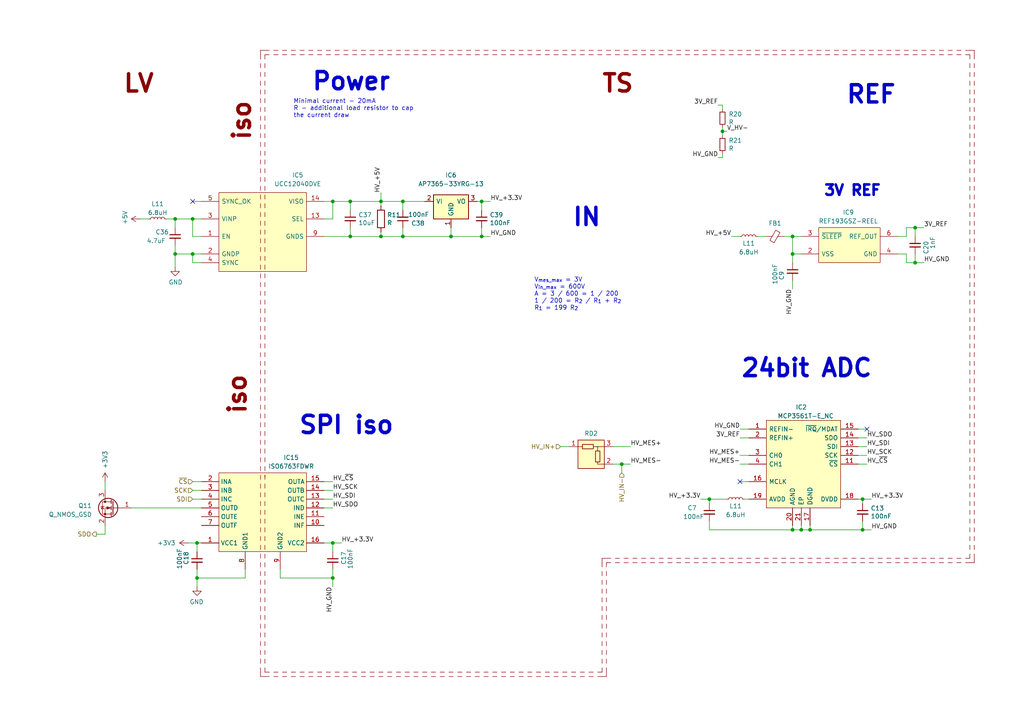
<source format=kicad_sch>
(kicad_sch (version 20230121) (generator eeschema)
  (paper "A4")
  (junction (at 55.88 63.5))
  (junction (at 139.7 68.58))
  (junction (at 96.52 167.64))
  (junction (at 205.74 144.78))
  (junction (at 55.88 73.66))
  (junction (at 110.49 68.58))
  (junction (at 265.43 76.2))
  (junction (at 180.34 134.62))
  (junction (at 57.15 157.48))
  (junction (at 250.19 153.67))
  (junction (at 101.6 68.58))
  (junction (at 116.84 68.58))
  (junction (at 101.6 58.42))
  (junction (at 116.84 58.42))
  (junction (at 139.7 58.42))
  (junction (at 234.95 153.67))
  (junction (at 250.19 144.78))
  (junction (at 229.87 73.66))
  (junction (at 130.81 68.58))
  (junction (at 110.49 58.42))
  (junction (at 50.8 73.66))
  (junction (at 57.15 167.64))
  (junction (at 96.52 157.48))
  (junction (at 232.41 153.67))
  (junction (at 229.87 68.58))
  (junction (at 50.8 63.5))
  (junction (at 265.43 66.04))
  (junction (at 96.52 58.42))
  (junction (at 209.55 38.1))
  (junction (at 229.87 153.67))
  (no_connect (at 214.63 139.7))
  (no_connect (at 251.46 124.46))
  (no_connect (at 55.88 58.42))
  (polyline (pts (xy 76.835 127.635) (xy 76.835 128.905)) (stroke (width 0.15) (color 132 0 0 1)))
  (polyline (pts (xy 212.725 15.875) (xy 211.455 15.875)) (stroke (width 0.15) (color 132 0 0 1)))
  (polyline (pts (xy 121.285 194.945) (xy 120.015 194.945)) (stroke (width 0.15) (color 132 0 0 1)))
  (polyline (pts (xy 272.415 14.605) (xy 273.685 14.605)) (stroke (width 0.15) (color 132 0 0 1)))
  (wire (pts (xy 58.42 139.7) (xy 55.88 139.7)))
  (polyline (pts (xy 268.605 161.925) (xy 267.335 161.925)) (stroke (width 0.15) (color 132 0 0 1)))
  (wire (pts (xy 93.98 63.5) (xy 96.52 63.5)))
  (polyline (pts (xy 75.565 93.345) (xy 75.565 92.075)) (stroke (width 0.15) (color 132 0 0 1)))
  (polyline (pts (xy 215.265 15.875) (xy 213.995 15.875)) (stroke (width 0.15) (color 132 0 0 1)))
  (polyline (pts (xy 254.635 163.195) (xy 255.905 163.195)) (stroke (width 0.15) (color 132 0 0 1)))
  (polyline (pts (xy 76.835 180.975) (xy 76.835 182.245)) (stroke (width 0.15) (color 132 0 0 1)))
  (polyline (pts (xy 142.875 196.215) (xy 144.145 196.215)) (stroke (width 0.15) (color 132 0 0 1)))
  (polyline (pts (xy 281.305 15.875) (xy 281.305 17.145)) (stroke (width 0.15) (color 132 0 0 1)))
  (polyline (pts (xy 281.305 33.655) (xy 281.305 34.925)) (stroke (width 0.15) (color 132 0 0 1)))
  (polyline (pts (xy 88.265 194.945) (xy 86.995 194.945)) (stroke (width 0.15) (color 132 0 0 1)))
  (wire (pts (xy 209.55 44.45) (xy 209.55 45.72)))
  (polyline (pts (xy 75.565 22.225) (xy 75.565 20.955)) (stroke (width 0.15) (color 132 0 0 1)))
  (polyline (pts (xy 281.305 155.575) (xy 281.305 156.845)) (stroke (width 0.15) (color 132 0 0 1)))
  (polyline (pts (xy 75.565 178.435) (xy 75.565 179.705)) (stroke (width 0.15) (color 132 0 0 1)))
  (polyline (pts (xy 94.615 196.215) (xy 95.885 196.215)) (stroke (width 0.15) (color 132 0 0 1)))
  (polyline (pts (xy 260.985 163.195) (xy 259.715 163.195)) (stroke (width 0.15) (color 132 0 0 1)))
  (wire (pts (xy 50.8 73.66) (xy 55.88 73.66)))
  (polyline (pts (xy 159.385 14.605) (xy 158.115 14.605)) (stroke (width 0.15) (color 132 0 0 1)))
  (wire (pts (xy 57.15 165.1) (xy 57.15 167.64)))
  (polyline (pts (xy 75.565 28.575) (xy 75.565 29.845)) (stroke (width 0.15) (color 132 0 0 1)))
  (polyline (pts (xy 75.565 127.635) (xy 75.565 128.905)) (stroke (width 0.15) (color 132 0 0 1)))
  (polyline (pts (xy 241.935 161.925) (xy 243.205 161.925)) (stroke (width 0.15) (color 132 0 0 1)))
  (polyline (pts (xy 165.735 194.945) (xy 167.005 194.945)) (stroke (width 0.15) (color 132 0 0 1)))
  (polyline (pts (xy 281.305 128.905) (xy 281.305 127.635)) (stroke (width 0.15) (color 132 0 0 1)))
  (polyline (pts (xy 76.835 141.605) (xy 76.835 140.335)) (stroke (width 0.15) (color 132 0 0 1)))
  (polyline (pts (xy 198.755 15.875) (xy 200.025 15.875)) (stroke (width 0.15) (color 132 0 0 1)))
  (polyline (pts (xy 75.565 160.655) (xy 75.565 161.925)) (stroke (width 0.15) (color 132 0 0 1)))
  (polyline (pts (xy 123.825 15.875) (xy 122.555 15.875)) (stroke (width 0.15) (color 132 0 0 1)))
  (polyline (pts (xy 75.565 122.555) (xy 75.565 123.825)) (stroke (width 0.15) (color 132 0 0 1)))
  (polyline (pts (xy 76.835 169.545) (xy 76.835 168.275)) (stroke (width 0.15) (color 132 0 0 1)))
  (wire (pts (xy 96.52 144.78) (xy 93.98 144.78)))
  (polyline (pts (xy 137.795 196.215) (xy 139.065 196.215)) (stroke (width 0.15) (color 132 0 0 1)))
  (polyline (pts (xy 282.575 100.965) (xy 282.575 99.695)) (stroke (width 0.15) (color 132 0 0 1)))
  (polyline (pts (xy 102.235 194.945) (xy 103.505 194.945)) (stroke (width 0.15) (color 132 0 0 1)))
  (polyline (pts (xy 86.995 14.605) (xy 88.265 14.605)) (stroke (width 0.15) (color 132 0 0 1)))
  (polyline (pts (xy 281.305 65.405) (xy 281.305 64.135)) (stroke (width 0.15) (color 132 0 0 1)))
  (polyline (pts (xy 76.835 114.935) (xy 76.835 116.205)) (stroke (width 0.15) (color 132 0 0 1)))
  (polyline (pts (xy 215.265 161.925) (xy 213.995 161.925)) (stroke (width 0.15) (color 132 0 0 1)))
  (polyline (pts (xy 118.745 15.875) (xy 117.475 15.875)) (stroke (width 0.15) (color 132 0 0 1)))
  (polyline (pts (xy 109.855 15.875) (xy 111.125 15.875)) (stroke (width 0.15) (color 132 0 0 1)))
  (wire (pts (xy 162.56 129.54) (xy 165.1 129.54)))
  (wire (pts (xy 58.42 76.2) (xy 55.88 76.2)))
  (polyline (pts (xy 140.335 15.875) (xy 141.605 15.875)) (stroke (width 0.15) (color 132 0 0 1)))
  (polyline (pts (xy 188.595 161.925) (xy 189.865 161.925)) (stroke (width 0.15) (color 132 0 0 1)))
  (polyline (pts (xy 80.645 196.215) (xy 79.375 196.215)) (stroke (width 0.15) (color 132 0 0 1)))
  (wire (pts (xy 139.7 68.58) (xy 142.24 68.58)))
  (polyline (pts (xy 76.835 109.855) (xy 76.835 111.125)) (stroke (width 0.15) (color 132 0 0 1)))
  (polyline (pts (xy 245.745 15.875) (xy 244.475 15.875)) (stroke (width 0.15) (color 132 0 0 1)))
  (polyline (pts (xy 102.235 196.215) (xy 103.505 196.215)) (stroke (width 0.15) (color 132 0 0 1)))
  (wire (pts (xy 250.19 144.78) (xy 250.19 146.05)))
  (polyline (pts (xy 180.975 14.605) (xy 182.245 14.605)) (stroke (width 0.15) (color 132 0 0 1)))
  (polyline (pts (xy 281.305 66.675) (xy 281.305 67.945)) (stroke (width 0.15) (color 132 0 0 1)))
  (polyline (pts (xy 281.305 50.165) (xy 281.305 48.895)) (stroke (width 0.15) (color 132 0 0 1)))
  (polyline (pts (xy 75.565 167.005) (xy 75.565 165.735)) (stroke (width 0.15) (color 132 0 0 1)))
  (polyline (pts (xy 281.305 126.365) (xy 281.305 125.095)) (stroke (width 0.15) (color 132 0 0 1)))
  (polyline (pts (xy 76.835 188.595) (xy 76.835 189.865)) (stroke (width 0.15) (color 132 0 0 1)))
  (polyline (pts (xy 249.555 161.925) (xy 250.825 161.925)) (stroke (width 0.15) (color 132 0 0 1)))
  (polyline (pts (xy 282.575 65.405) (xy 282.575 64.135)) (stroke (width 0.15) (color 132 0 0 1)))
  (polyline (pts (xy 76.835 194.945) (xy 78.105 194.945)) (stroke (width 0.15) (color 132 0 0 1)))
  (polyline (pts (xy 170.815 194.945) (xy 172.085 194.945)) (stroke (width 0.15) (color 132 0 0 1)))
  (polyline (pts (xy 75.565 19.685) (xy 75.565 18.415)) (stroke (width 0.15) (color 132 0 0 1)))
  (polyline (pts (xy 277.495 163.195) (xy 278.765 163.195)) (stroke (width 0.15) (color 132 0 0 1)))
  (polyline (pts (xy 196.215 15.875) (xy 197.485 15.875)) (stroke (width 0.15) (color 132 0 0 1)))
  (wire (pts (xy 209.55 39.37) (xy 209.55 38.1)))
  (polyline (pts (xy 281.305 158.115) (xy 281.305 159.385)) (stroke (width 0.15) (color 132 0 0 1)))
  (polyline (pts (xy 75.565 173.355) (xy 75.565 174.625)) (stroke (width 0.15) (color 132 0 0 1)))
  (polyline (pts (xy 198.755 14.605) (xy 200.025 14.605)) (stroke (width 0.15) (color 132 0 0 1)))
  (polyline (pts (xy 281.305 60.325) (xy 281.305 59.055)) (stroke (width 0.15) (color 132 0 0 1)))
  (polyline (pts (xy 174.625 163.195) (xy 174.625 161.925)) (stroke (width 0.15) (color 132 0 0 1)))
  (polyline (pts (xy 109.855 196.215) (xy 111.125 196.215)) (stroke (width 0.15) (color 132 0 0 1)))
  (polyline (pts (xy 281.305 131.445) (xy 281.305 130.175)) (stroke (width 0.15) (color 132 0 0 1)))
  (polyline (pts (xy 220.345 163.195) (xy 219.075 163.195)) (stroke (width 0.15) (color 132 0 0 1)))
  (polyline (pts (xy 113.665 194.945) (xy 112.395 194.945)) (stroke (width 0.15) (color 132 0 0 1)))
  (wire (pts (xy 214.63 134.62) (xy 217.17 134.62)))
  (polyline (pts (xy 76.835 164.465) (xy 76.835 163.195)) (stroke (width 0.15) (color 132 0 0 1)))
  (polyline (pts (xy 236.855 161.925) (xy 238.125 161.925)) (stroke (width 0.15) (color 132 0 0 1)))
  (polyline (pts (xy 206.375 161.925) (xy 207.645 161.925)) (stroke (width 0.15) (color 132 0 0 1)))
  (polyline (pts (xy 89.535 15.875) (xy 90.805 15.875)) (stroke (width 0.15) (color 132 0 0 1)))
  (polyline (pts (xy 75.565 135.255) (xy 75.565 136.525)) (stroke (width 0.15) (color 132 0 0 1)))
  (polyline (pts (xy 221.615 14.605) (xy 222.885 14.605)) (stroke (width 0.15) (color 132 0 0 1)))
  (polyline (pts (xy 75.565 85.725) (xy 75.565 84.455)) (stroke (width 0.15) (color 132 0 0 1)))
  (polyline (pts (xy 104.775 196.215) (xy 106.045 196.215)) (stroke (width 0.15) (color 132 0 0 1)))
  (polyline (pts (xy 267.335 15.875) (xy 268.605 15.875)) (stroke (width 0.15) (color 132 0 0 1)))
  (wire (pts (xy 232.41 152.4) (xy 232.41 153.67)))
  (wire (pts (xy 139.7 58.42) (xy 142.24 58.42)))
  (polyline (pts (xy 281.305 45.085) (xy 281.305 43.815)) (stroke (width 0.15) (color 132 0 0 1)))
  (wire (pts (xy 248.92 127) (xy 251.46 127)))
  (polyline (pts (xy 282.575 160.655) (xy 282.575 163.195)) (stroke (width 0.15) (color 132 0 0 1)))
  (polyline (pts (xy 282.575 98.425) (xy 282.575 97.155)) (stroke (width 0.15) (color 132 0 0 1)))
  (polyline (pts (xy 282.575 114.935) (xy 282.575 116.205)) (stroke (width 0.15) (color 132 0 0 1)))
  (polyline (pts (xy 76.835 191.135) (xy 76.835 192.405)) (stroke (width 0.15) (color 132 0 0 1)))
  (polyline (pts (xy 107.315 15.875) (xy 108.585 15.875)) (stroke (width 0.15) (color 132 0 0 1)))
  (polyline (pts (xy 281.305 83.185) (xy 281.305 81.915)) (stroke (width 0.15) (color 132 0 0 1)))
  (wire (pts (xy 81.28 167.64) (xy 96.52 167.64)))
  (polyline (pts (xy 282.575 83.185) (xy 282.575 81.915)) (stroke (width 0.15) (color 132 0 0 1)))
  (polyline (pts (xy 229.235 14.605) (xy 230.505 14.605)) (stroke (width 0.15) (color 132 0 0 1)))
  (polyline (pts (xy 86.995 15.875) (xy 88.265 15.875)) (stroke (width 0.15) (color 132 0 0 1)))
  (polyline (pts (xy 207.645 14.605) (xy 206.375 14.605)) (stroke (width 0.15) (color 132 0 0 1)))
  (polyline (pts (xy 244.475 163.195) (xy 245.745 163.195)) (stroke (width 0.15) (color 132 0 0 1)))
  (polyline (pts (xy 174.625 164.465) (xy 174.625 163.195)) (stroke (width 0.15) (color 132 0 0 1)))
  (polyline (pts (xy 76.835 17.145) (xy 76.835 15.875)) (stroke (width 0.15) (color 132 0 0 1)))
  (polyline (pts (xy 107.315 14.605) (xy 108.585 14.605)) (stroke (width 0.15) (color 132 0 0 1)))
  (polyline (pts (xy 75.565 51.435) (xy 75.565 52.705)) (stroke (width 0.15) (color 132 0 0 1)))
  (wire (pts (xy 58.42 157.48) (xy 57.15 157.48)))
  (polyline (pts (xy 210.185 15.875) (xy 208.915 15.875)) (stroke (width 0.15) (color 132 0 0 1)))
  (polyline (pts (xy 97.155 15.875) (xy 98.425 15.875)) (stroke (width 0.15) (color 132 0 0 1)))
  (polyline (pts (xy 75.565 147.955) (xy 75.565 149.225)) (stroke (width 0.15) (color 132 0 0 1)))
  (polyline (pts (xy 193.675 161.925) (xy 194.945 161.925)) (stroke (width 0.15) (color 132 0 0 1)))
  (polyline (pts (xy 75.565 172.085) (xy 75.565 170.815)) (stroke (width 0.15) (color 132 0 0 1)))
  (polyline (pts (xy 258.445 15.875) (xy 257.175 15.875)) (stroke (width 0.15) (color 132 0 0 1)))
  (polyline (pts (xy 175.895 163.195) (xy 177.165 163.195)) (stroke (width 0.15) (color 132 0 0 1)))
  (polyline (pts (xy 76.835 137.795) (xy 76.835 138.43)) (stroke (width 0.15) (color 132 0 0 1)))
  (polyline (pts (xy 272.415 163.195) (xy 273.685 163.195)) (stroke (width 0.15) (color 132 0 0 1)))
  (polyline (pts (xy 116.205 14.605) (xy 114.935 14.605)) (stroke (width 0.15) (color 132 0 0 1)))
  (polyline (pts (xy 281.305 153.035) (xy 281.305 154.305)) (stroke (width 0.15) (color 132 0 0 1)))
  (polyline (pts (xy 178.435 15.875) (xy 179.705 15.875)) (stroke (width 0.15) (color 132 0 0 1)))
  (wire (pts (xy 96.52 165.1) (xy 96.52 167.64)))
  (polyline (pts (xy 282.575 14.605) (xy 282.575 17.145)) (stroke (width 0.15) (color 132 0 0 1)))
  (polyline (pts (xy 163.195 194.945) (xy 164.465 194.945)) (stroke (width 0.15) (color 132 0 0 1)))
  (wire (pts (xy 58.42 142.24) (xy 55.88 142.24)))
  (polyline (pts (xy 222.885 163.195) (xy 221.615 163.195)) (stroke (width 0.15) (color 132 0 0 1)))
  (polyline (pts (xy 281.305 20.955) (xy 281.305 22.225)) (stroke (width 0.15) (color 132 0 0 1)))
  (polyline (pts (xy 76.835 41.275) (xy 76.835 42.545)) (stroke (width 0.15) (color 132 0 0 1)))
  (polyline (pts (xy 281.305 27.305) (xy 281.305 26.035)) (stroke (width 0.15) (color 132 0 0 1)))
  (wire (pts (xy 205.74 144.78) (xy 210.82 144.78)))
  (polyline (pts (xy 281.305 136.525) (xy 281.305 135.255)) (stroke (width 0.15) (color 132 0 0 1)))
  (wire (pts (xy 96.52 157.48) (xy 93.98 157.48)))
  (polyline (pts (xy 217.805 161.925) (xy 216.535 161.925)) (stroke (width 0.15) (color 132 0 0 1)))
  (polyline (pts (xy 76.835 144.145) (xy 76.835 142.875)) (stroke (width 0.15) (color 132 0 0 1)))
  (polyline (pts (xy 186.055 14.605) (xy 187.325 14.605)) (stroke (width 0.15) (color 132 0 0 1)))
  (polyline (pts (xy 83.185 196.215) (xy 81.915 196.215)) (stroke (width 0.15) (color 132 0 0 1)))
  (polyline (pts (xy 281.305 52.705) (xy 281.305 51.435)) (stroke (width 0.15) (color 132 0 0 1)))
  (polyline (pts (xy 208.915 161.925) (xy 210.185 161.925)) (stroke (width 0.15) (color 132 0 0 1)))
  (polyline (pts (xy 241.935 14.605) (xy 243.205 14.605)) (stroke (width 0.15) (color 132 0 0 1)))
  (polyline (pts (xy 174.625 177.165) (xy 174.625 175.895)) (stroke (width 0.15) (color 132 0 0 1)))
  (polyline (pts (xy 174.625 188.595) (xy 174.625 189.865)) (stroke (width 0.15) (color 132 0 0 1)))
  (polyline (pts (xy 262.255 15.875) (xy 263.525 15.875)) (stroke (width 0.15) (color 132 0 0 1)))
  (polyline (pts (xy 196.215 14.605) (xy 197.485 14.605)) (stroke (width 0.15) (color 132 0 0 1)))
  (polyline (pts (xy 282.575 66.675) (xy 282.575 67.945)) (stroke (width 0.15) (color 132 0 0 1)))
  (polyline (pts (xy 281.305 100.965) (xy 281.305 99.695)) (stroke (width 0.15) (color 132 0 0 1)))
  (polyline (pts (xy 76.835 38.735) (xy 76.835 40.005)) (stroke (width 0.15) (color 132 0 0 1)))
  (wire (pts (xy 139.7 60.96) (xy 139.7 58.42)))
  (polyline (pts (xy 75.565 193.675) (xy 75.565 194.945)) (stroke (width 0.15) (color 132 0 0 1)))
  (polyline (pts (xy 125.095 194.945) (xy 126.365 194.945)) (stroke (width 0.15) (color 132 0 0 1)))
  (wire (pts (xy 262.89 68.58) (xy 260.35 68.58)))
  (polyline (pts (xy 75.565 33.655) (xy 75.565 34.925)) (stroke (width 0.15) (color 132 0 0 1)))
  (polyline (pts (xy 145.415 15.875) (xy 146.685 15.875)) (stroke (width 0.15) (color 132 0 0 1)))
  (wire (pts (xy 248.92 132.08) (xy 251.46 132.08)))
  (wire (pts (xy 248.92 144.78) (xy 250.19 144.78)))
  (polyline (pts (xy 172.085 15.875) (xy 170.815 15.875)) (stroke (width 0.15) (color 132 0 0 1)))
  (wire (pts (xy 81.28 165.1) (xy 81.28 167.64)))
  (polyline (pts (xy 241.935 15.875) (xy 243.205 15.875)) (stroke (width 0.15) (color 132 0 0 1)))
  (polyline (pts (xy 281.305 24.765) (xy 281.305 23.495)) (stroke (width 0.15) (color 132 0 0 1)))
  (polyline (pts (xy 76.835 95.885) (xy 76.835 94.615)) (stroke (width 0.15) (color 132 0 0 1)))
  (polyline (pts (xy 104.775 14.605) (xy 106.045 14.605)) (stroke (width 0.15) (color 132 0 0 1)))
  (polyline (pts (xy 282.575 153.035) (xy 282.575 154.305)) (stroke (width 0.15) (color 132 0 0 1)))
  (polyline (pts (xy 153.035 15.875) (xy 154.305 15.875)) (stroke (width 0.15) (color 132 0 0 1)))
  (polyline (pts (xy 282.575 18.415) (xy 282.575 19.685)) (stroke (width 0.15) (color 132 0 0 1)))
  (polyline (pts (xy 282.575 85.725) (xy 282.575 84.455)) (stroke (width 0.15) (color 132 0 0 1)))
  (wire (pts (xy 208.28 30.48) (xy 209.55 30.48)))
  (polyline (pts (xy 236.855 15.875) (xy 238.125 15.875)) (stroke (width 0.15) (color 132 0 0 1)))
  (wire (pts (xy 215.9 144.78) (xy 217.17 144.78)))
  (polyline (pts (xy 188.595 163.195) (xy 189.865 163.195)) (stroke (width 0.15) (color 132 0 0 1)))
  (polyline (pts (xy 216.535 14.605) (xy 217.805 14.605)) (stroke (width 0.15) (color 132 0 0 1)))
  (polyline (pts (xy 281.305 79.375) (xy 281.305 80.645)) (stroke (width 0.15) (color 132 0 0 1)))
  (polyline (pts (xy 188.595 14.605) (xy 189.865 14.605)) (stroke (width 0.15) (color 132 0 0 1)))
  (wire (pts (xy 30.48 139.7) (xy 30.48 142.24)))
  (polyline (pts (xy 130.175 194.945) (xy 131.445 194.945)) (stroke (width 0.15) (color 132 0 0 1)))
  (polyline (pts (xy 140.335 196.215) (xy 141.605 196.215)) (stroke (width 0.15) (color 132 0 0 1)))
  (polyline (pts (xy 173.355 15.875) (xy 174.625 15.875)) (stroke (width 0.15) (color 132 0 0 1)))
  (polyline (pts (xy 207.645 15.875) (xy 206.375 15.875)) (stroke (width 0.15) (color 132 0 0 1)))
  (polyline (pts (xy 140.335 194.945) (xy 141.605 194.945)) (stroke (width 0.15) (color 132 0 0 1)))
  (wire (pts (xy 180.34 134.62) (xy 180.34 137.16)))
  (polyline (pts (xy 226.695 14.605) (xy 227.965 14.605)) (stroke (width 0.15) (color 132 0 0 1)))
  (polyline (pts (xy 112.395 15.875) (xy 113.665 15.875)) (stroke (width 0.15) (color 132 0 0 1)))
  (polyline (pts (xy 280.035 14.605) (xy 281.305 14.605)) (stroke (width 0.15) (color 132 0 0 1)))
  (polyline (pts (xy 75.565 79.375) (xy 75.565 80.645)) (stroke (width 0.15) (color 132 0 0 1)))
  (polyline (pts (xy 76.835 104.775) (xy 76.835 106.045)) (stroke (width 0.15) (color 132 0 0 1)))
  (polyline (pts (xy 75.565 24.765) (xy 75.565 23.495)) (stroke (width 0.15) (color 132 0 0 1)))
  (polyline (pts (xy 231.775 14.605) (xy 233.045 14.605)) (stroke (width 0.15) (color 132 0 0 1)))
  (polyline (pts (xy 248.285 14.605) (xy 247.015 14.605)) (stroke (width 0.15) (color 132 0 0 1)))
  (polyline (pts (xy 281.305 139.065) (xy 281.305 137.795)) (stroke (width 0.15) (color 132 0 0 1)))
  (polyline (pts (xy 168.275 196.215) (xy 169.545 196.215)) (stroke (width 0.15) (color 132 0 0 1)))
  (wire (pts (xy 55.88 63.5) (xy 58.42 63.5)))
  (polyline (pts (xy 274.955 15.875) (xy 276.225 15.875)) (stroke (width 0.15) (color 132 0 0 1)))
  (polyline (pts (xy 281.305 103.505) (xy 281.305 102.235)) (stroke (width 0.15) (color 132 0 0 1)))
  (polyline (pts (xy 234.315 14.605) (xy 235.585 14.605)) (stroke (width 0.15) (color 132 0 0 1)))
  (polyline (pts (xy 99.695 196.215) (xy 100.965 196.215)) (stroke (width 0.15) (color 132 0 0 1)))
  (polyline (pts (xy 75.565 175.895) (xy 75.565 177.165)) (stroke (width 0.15) (color 132 0 0 1)))
  (polyline (pts (xy 164.465 14.605) (xy 163.195 14.605)) (stroke (width 0.15) (color 132 0 0 1)))
  (wire (pts (xy 96.52 63.5) (xy 96.52 58.42)))
  (polyline (pts (xy 253.365 14.605) (xy 252.095 14.605)) (stroke (width 0.15) (color 132 0 0 1)))
  (wire (pts (xy 203.2 144.78) (xy 205.74 144.78)))
  (polyline (pts (xy 281.305 93.345) (xy 281.305 92.075)) (stroke (width 0.15) (color 132 0 0 1)))
  (wire (pts (xy 116.84 68.58) (xy 130.81 68.58)))
  (polyline (pts (xy 76.835 173.355) (xy 76.835 174.625)) (stroke (width 0.15) (color 132 0 0 1)))
  (polyline (pts (xy 274.955 163.195) (xy 276.225 163.195)) (stroke (width 0.15) (color 132 0 0 1)))
  (polyline (pts (xy 75.565 130.175) (xy 75.565 131.445)) (stroke (width 0.15) (color 132 0 0 1)))
  (polyline (pts (xy 168.275 194.945) (xy 169.545 194.945)) (stroke (width 0.15) (color 132 0 0 1)))
  (polyline (pts (xy 272.415 15.875) (xy 273.685 15.875)) (stroke (width 0.15) (color 132 0 0 1)))
  (polyline (pts (xy 252.095 163.195) (xy 253.365 163.195)) (stroke (width 0.15) (color 132 0 0 1)))
  (polyline (pts (xy 239.395 163.195) (xy 240.665 163.195)) (stroke (width 0.15) (color 132 0 0 1)))
  (polyline (pts (xy 76.835 149.225) (xy 76.835 147.955)) (stroke (width 0.15) (color 132 0 0 1)))
  (polyline (pts (xy 188.595 15.875) (xy 189.865 15.875)) (stroke (width 0.15) (color 132 0 0 1)))
  (polyline (pts (xy 281.305 160.655) (xy 281.305 161.925)) (stroke (width 0.15) (color 132 0 0 1)))
  (polyline (pts (xy 92.075 14.605) (xy 93.345 14.605)) (stroke (width 0.15) (color 132 0 0 1)))
  (polyline (pts (xy 92.075 15.875) (xy 93.345 15.875)) (stroke (width 0.15) (color 132 0 0 1)))
  (polyline (pts (xy 193.675 163.195) (xy 194.945 163.195)) (stroke (width 0.15) (color 132 0 0 1)))
  (polyline (pts (xy 163.195 196.215) (xy 164.465 196.215)) (stroke (width 0.15) (color 132 0 0 1)))
  (polyline (pts (xy 198.755 163.195) (xy 200.025 163.195)) (stroke (width 0.15) (color 132 0 0 1)))
  (polyline (pts (xy 282.575 90.805) (xy 282.575 89.535)) (stroke (width 0.15) (color 132 0 0 1)))
  (polyline (pts (xy 76.835 88.265) (xy 76.835 86.995)) (stroke (width 0.15) (color 132 0 0 1)))
  (polyline (pts (xy 107.315 194.945) (xy 108.585 194.945)) (stroke (width 0.15) (color 132 0 0 1)))
  (polyline (pts (xy 175.895 15.875) (xy 177.165 15.875)) (stroke (width 0.15) (color 132 0 0 1)))
  (polyline (pts (xy 75.565 183.515) (xy 75.565 184.785)) (stroke (width 0.15) (color 132 0 0 1)))
  (polyline (pts (xy 175.895 169.545) (xy 175.895 168.275)) (stroke (width 0.15) (color 132 0 0 1)))
  (polyline (pts (xy 75.565 17.145) (xy 75.565 15.875)) (stroke (width 0.15) (color 132 0 0 1)))
  (polyline (pts (xy 282.575 27.305) (xy 282.575 26.035)) (stroke (width 0.15) (color 132 0 0 1)))
  (polyline (pts (xy 151.765 194.945) (xy 150.495 194.945)) (stroke (width 0.15) (color 132 0 0 1)))
  (polyline (pts (xy 76.835 178.435) (xy 76.835 179.705)) (stroke (width 0.15) (color 132 0 0 1)))
  (polyline (pts (xy 264.795 14.605) (xy 266.065 14.605)) (stroke (width 0.15) (color 132 0 0 1)))
  (polyline (pts (xy 97.155 196.215) (xy 98.425 196.215)) (stroke (width 0.15) (color 132 0 0 1)))
  (wire (pts (xy 234.95 153.67) (xy 232.41 153.67)))
  (polyline (pts (xy 281.305 36.195) (xy 281.305 37.465)) (stroke (width 0.15) (color 132 0 0 1)))
  (wire (pts (xy 130.81 68.58) (xy 139.7 68.58)))
  (polyline (pts (xy 75.565 31.115) (xy 75.565 32.385)) (stroke (width 0.15) (color 132 0 0 1)))
  (polyline (pts (xy 264.795 15.875) (xy 266.065 15.875)) (stroke (width 0.15) (color 132 0 0 1)))
  (polyline (pts (xy 174.625 191.135) (xy 174.625 192.405)) (stroke (width 0.15) (color 132 0 0 1)))
  (polyline (pts (xy 94.615 194.945) (xy 95.885 194.945)) (stroke (width 0.15) (color 132 0 0 1)))
  (polyline (pts (xy 132.715 15.875) (xy 133.985 15.875)) (stroke (width 0.15) (color 132 0 0 1)))
  (polyline (pts (xy 90.805 194.945) (xy 89.535 194.945)) (stroke (width 0.15) (color 132 0 0 1)))
  (polyline (pts (xy 75.565 100.965) (xy 75.565 99.695)) (stroke (width 0.15) (color 132 0 0 1)))
  (polyline (pts (xy 210.185 14.605) (xy 208.915 14.605)) (stroke (width 0.15) (color 132 0 0 1)))
  (polyline (pts (xy 196.215 161.925) (xy 197.485 161.925)) (stroke (width 0.15) (color 132 0 0 1)))
  (polyline (pts (xy 76.835 98.425) (xy 76.835 97.155)) (stroke (width 0.15) (color 132 0 0 1)))
  (polyline (pts (xy 147.955 15.875) (xy 149.225 15.875)) (stroke (width 0.15) (color 132 0 0 1)))
  (polyline (pts (xy 255.905 15.875) (xy 254.635 15.875)) (stroke (width 0.15) (color 132 0 0 1)))
  (polyline (pts (xy 75.565 15.875) (xy 75.565 14.605)) (stroke (width 0.15) (color 132 0 0 1)))
  (polyline (pts (xy 92.075 196.215) (xy 93.345 196.215)) (stroke (width 0.15) (color 132 0 0 1)))
  (polyline (pts (xy 75.565 150.495) (xy 75.565 151.765)) (stroke (width 0.15) (color 132 0 0 1)))
  (polyline (pts (xy 258.445 163.195) (xy 257.175 163.195)) (stroke (width 0.15) (color 132 0 0 1)))
  (polyline (pts (xy 75.565 95.885) (xy 75.565 94.615)) (stroke (width 0.15) (color 132 0 0 1)))
  (polyline (pts (xy 142.875 14.605) (xy 144.145 14.605)) (stroke (width 0.15) (color 132 0 0 1)))
  (wire (pts (xy 205.74 151.13) (xy 205.74 153.67)))
  (polyline (pts (xy 75.565 46.355) (xy 75.565 47.625)) (stroke (width 0.15) (color 132 0 0 1)))
  (wire (pts (xy 209.55 38.1) (xy 209.55 36.83)))
  (polyline (pts (xy 76.835 154.305) (xy 76.835 153.035)) (stroke (width 0.15) (color 132 0 0 1)))
  (polyline (pts (xy 76.835 36.195) (xy 76.835 37.465)) (stroke (width 0.15) (color 132 0 0 1)))
  (polyline (pts (xy 121.285 196.215) (xy 120.015 196.215)) (stroke (width 0.15) (color 132 0 0 1)))
  (polyline (pts (xy 281.305 40.005) (xy 281.305 38.735)) (stroke (width 0.15) (color 132 0 0 1)))
  (wire (pts (xy 265.43 73.66) (xy 265.43 76.2)))
  (polyline (pts (xy 130.175 14.605) (xy 131.445 14.605)) (stroke (width 0.15) (color 132 0 0 1)))
  (wire (pts (xy 180.34 134.62) (xy 177.8 134.62)))
  (wire (pts (xy 110.49 68.58) (xy 116.84 68.58)))
  (polyline (pts (xy 281.305 109.855) (xy 281.305 111.125)) (stroke (width 0.15) (color 132 0 0 1)))
  (polyline (pts (xy 76.835 136.525) (xy 76.835 135.255)) (stroke (width 0.15) (color 132 0 0 1)))
  (polyline (pts (xy 146.685 194.945) (xy 145.415 194.945)) (stroke (width 0.15) (color 132 0 0 1)))
  (polyline (pts (xy 183.515 15.875) (xy 184.785 15.875)) (stroke (width 0.15) (color 132 0 0 1)))
  (polyline (pts (xy 281.305 144.145) (xy 281.305 142.875)) (stroke (width 0.15) (color 132 0 0 1)))
  (polyline (pts (xy 282.575 117.475) (xy 282.575 118.745)) (stroke (width 0.15) (color 132 0 0 1)))
  (polyline (pts (xy 191.135 15.875) (xy 192.405 15.875)) (stroke (width 0.15) (color 132 0 0 1)))
  (polyline (pts (xy 229.235 163.195) (xy 230.505 163.195)) (stroke (width 0.15) (color 132 0 0 1)))
  (polyline (pts (xy 281.305 90.805) (xy 281.305 89.535)) (stroke (width 0.15) (color 132 0 0 1)))
  (wire (pts (xy 232.41 73.66) (xy 229.87 73.66)))
  (polyline (pts (xy 263.525 161.925) (xy 262.255 161.925)) (stroke (width 0.15) (color 132 0 0 1)))
  (polyline (pts (xy 175.895 174.625) (xy 175.895 173.355)) (stroke (width 0.15) (color 132 0 0 1)))
  (polyline (pts (xy 76.835 31.115) (xy 76.835 32.385)) (stroke (width 0.15) (color 132 0 0 1)))
  (polyline (pts (xy 201.295 161.925) (xy 202.565 161.925)) (stroke (width 0.15) (color 132 0 0 1)))
  (polyline (pts (xy 262.255 14.605) (xy 263.525 14.605)) (stroke (width 0.15) (color 132 0 0 1)))
  (polyline (pts (xy 102.235 15.875) (xy 103.505 15.875)) (stroke (width 0.15) (color 132 0 0 1)))
  (polyline (pts (xy 75.565 186.055) (xy 75.565 187.325)) (stroke (width 0.15) (color 132 0 0 1)))
  (polyline (pts (xy 281.305 57.785) (xy 281.305 56.515)) (stroke (width 0.15) (color 132 0 0 1)))
  (polyline (pts (xy 99.695 15.875) (xy 100.965 15.875)) (stroke (width 0.15) (color 132 0 0 1)))
  (polyline (pts (xy 76.835 117.475) (xy 76.835 118.745)) (stroke (width 0.15) (color 132 0 0 1)))
  (wire (pts (xy 96.52 58.42) (xy 101.6 58.42)))
  (polyline (pts (xy 282.575 40.005) (xy 282.575 38.735)) (stroke (width 0.15) (color 132 0 0 1)))
  (polyline (pts (xy 277.495 161.925) (xy 278.765 161.925)) (stroke (width 0.15) (color 132 0 0 1)))
  (wire (pts (xy 219.71 68.58) (xy 222.25 68.58)))
  (polyline (pts (xy 174.625 179.705) (xy 174.625 178.435)) (stroke (width 0.15) (color 132 0 0 1)))
  (polyline (pts (xy 80.645 194.945) (xy 79.375 194.945)) (stroke (width 0.15) (color 132 0 0 1)))
  (wire (pts (xy 96.52 58.42) (xy 93.98 58.42)))
  (polyline (pts (xy 281.305 18.415) (xy 281.305 19.685)) (stroke (width 0.15) (color 132 0 0 1)))
  (polyline (pts (xy 75.565 196.215) (xy 78.105 196.215)) (stroke (width 0.15) (color 132 0 0 1)))
  (polyline (pts (xy 175.895 191.135) (xy 175.895 192.405)) (stroke (width 0.15) (color 132 0 0 1)))
  (polyline (pts (xy 76.835 139.065) (xy 76.835 137.795)) (stroke (width 0.15) (color 132 0 0 1)))
  (polyline (pts (xy 281.305 74.295) (xy 281.305 75.565)) (stroke (width 0.15) (color 132 0 0 1)))
  (polyline (pts (xy 250.825 14.605) (xy 249.555 14.605)) (stroke (width 0.15) (color 132 0 0 1)))
  (polyline (pts (xy 258.445 161.925) (xy 257.175 161.925)) (stroke (width 0.15) (color 132 0 0 1)))
  (polyline (pts (xy 75.565 108.585) (xy 75.565 107.315)) (stroke (width 0.15) (color 132 0 0 1)))
  (polyline (pts (xy 76.835 48.895) (xy 76.835 50.165)) (stroke (width 0.15) (color 132 0 0 1)))
  (polyline (pts (xy 220.345 161.925) (xy 219.075 161.925)) (stroke (width 0.15) (color 132 0 0 1)))
  (polyline (pts (xy 142.875 194.945) (xy 144.145 194.945)) (stroke (width 0.15) (color 132 0 0 1)))
  (polyline (pts (xy 88.265 196.215) (xy 86.995 196.215)) (stroke (width 0.15) (color 132 0 0 1)))
  (polyline (pts (xy 175.895 184.785) (xy 175.895 183.515)) (stroke (width 0.15) (color 132 0 0 1)))
  (polyline (pts (xy 282.575 36.195) (xy 282.575 37.465)) (stroke (width 0.15) (color 132 0 0 1)))
  (polyline (pts (xy 174.625 193.675) (xy 174.625 194.945)) (stroke (width 0.15) (color 132 0 0 1)))
  (wire (pts (xy 234.95 152.4) (xy 234.95 153.67)))
  (polyline (pts (xy 99.695 14.605) (xy 100.965 14.605)) (stroke (width 0.15) (color 132 0 0 1)))
  (polyline (pts (xy 75.565 125.095) (xy 75.565 126.365)) (stroke (width 0.15) (color 132 0 0 1)))
  (polyline (pts (xy 130.175 15.875) (xy 131.445 15.875)) (stroke (width 0.15) (color 132 0 0 1)))
  (wire (pts (xy 55.88 76.2) (xy 55.88 73.66)))
  (polyline (pts (xy 248.285 15.875) (xy 247.015 15.875)) (stroke (width 0.15) (color 132 0 0 1)))
  (wire (pts (xy 248.92 134.62) (xy 251.46 134.62)))
  (polyline (pts (xy 224.155 14.605) (xy 225.425 14.605)) (stroke (width 0.15) (color 132 0 0 1)))
  (polyline (pts (xy 193.675 15.875) (xy 194.945 15.875)) (stroke (width 0.15) (color 132 0 0 1)))
  (polyline (pts (xy 281.305 88.265) (xy 281.305 86.995)) (stroke (width 0.15) (color 132 0 0 1)))
  (wire (pts (xy 110.49 59.69) (xy 110.49 58.42)))
  (polyline (pts (xy 231.775 161.925) (xy 233.045 161.925)) (stroke (width 0.15) (color 132 0 0 1)))
  (polyline (pts (xy 112.395 14.605) (xy 113.665 14.605)) (stroke (width 0.15) (color 132 0 0 1)))
  (polyline (pts (xy 241.935 163.195) (xy 243.205 163.195)) (stroke (width 0.15) (color 132 0 0 1)))
  (wire (pts (xy 180.34 134.62) (xy 182.88 134.62)))
  (polyline (pts (xy 205.105 14.605) (xy 203.835 14.605)) (stroke (width 0.15) (color 132 0 0 1)))
  (polyline (pts (xy 280.035 161.925) (xy 281.305 161.925)) (stroke (width 0.15) (color 132 0 0 1)))
  (polyline (pts (xy 76.835 33.655) (xy 76.835 34.925)) (stroke (width 0.15) (color 132 0 0 1)))
  (polyline (pts (xy 282.575 126.365) (xy 282.575 125.095)) (stroke (width 0.15) (color 132 0 0 1)))
  (polyline (pts (xy 121.285 14.605) (xy 120.015 14.605)) (stroke (width 0.15) (color 132 0 0 1)))
  (polyline (pts (xy 274.955 14.605) (xy 276.225 14.605)) (stroke (width 0.15) (color 132 0 0 1)))
  (polyline (pts (xy 75.565 106.045) (xy 75.565 104.775)) (stroke (width 0.15) (color 132 0 0 1)))
  (polyline (pts (xy 282.575 146.685) (xy 282.575 145.415)) (stroke (width 0.15) (color 132 0 0 1)))
  (polyline (pts (xy 178.435 14.605) (xy 179.705 14.605)) (stroke (width 0.15) (color 132 0 0 1)))
  (wire (pts (xy 50.8 73.66) (xy 50.8 71.12)))
  (polyline (pts (xy 267.335 14.605) (xy 268.605 14.605)) (stroke (width 0.15) (color 132 0 0 1)))
  (polyline (pts (xy 281.305 47.625) (xy 281.305 46.355)) (stroke (width 0.15) (color 132 0 0 1)))
  (polyline (pts (xy 281.305 95.885) (xy 281.305 94.615)) (stroke (width 0.15) (color 132 0 0 1)))
  (polyline (pts (xy 76.835 175.895) (xy 76.835 177.165)) (stroke (width 0.15) (color 132 0 0 1)))
  (polyline (pts (xy 150.495 14.605) (xy 151.765 14.605)) (stroke (width 0.15) (color 132 0 0 1)))
  (polyline (pts (xy 175.895 167.005) (xy 175.895 165.735)) (stroke (width 0.15) (color 132 0 0 1)))
  (polyline (pts (xy 282.575 45.085) (xy 282.575 43.815)) (stroke (width 0.15) (color 132 0 0 1)))
  (polyline (pts (xy 75.565 90.805) (xy 75.565 89.535)) (stroke (width 0.15) (color 132 0 0 1)))
  (polyline (pts (xy 149.225 194.945) (xy 147.955 194.945)) (stroke (width 0.15) (color 132 0 0 1)))
  (polyline (pts (xy 76.835 43.815) (xy 76.835 45.085)) (stroke (width 0.15) (color 132 0 0 1)))
  (polyline (pts (xy 109.855 14.605) (xy 111.125 14.605)) (stroke (width 0.15) (color 132 0 0 1)))
  (polyline (pts (xy 282.575 20.955) (xy 282.575 22.225)) (stroke (width 0.15) (color 132 0 0 1)))
  (polyline (pts (xy 282.575 139.065) (xy 282.575 137.795)) (stroke (width 0.15) (color 132 0 0 1)))
  (polyline (pts (xy 75.565 117.475) (xy 75.565 118.745)) (stroke (width 0.15) (color 132 0 0 1)))
  (wire (pts (xy 57.15 167.64) (xy 71.12 167.64)))
  (polyline (pts (xy 179.705 163.195) (xy 178.435 163.195)) (stroke (width 0.15) (color 132 0 0 1)))
  (polyline (pts (xy 75.565 111.125) (xy 75.565 109.855)) (stroke (width 0.15) (color 132 0 0 1)))
  (polyline (pts (xy 161.925 14.605) (xy 160.655 14.605)) (stroke (width 0.15) (color 132 0 0 1)))
  (polyline (pts (xy 281.305 112.395) (xy 281.305 113.665)) (stroke (width 0.15) (color 132 0 0 1)))
  (polyline (pts (xy 123.825 196.215) (xy 122.555 196.215)) (stroke (width 0.15) (color 132 0 0 1)))
  (polyline (pts (xy 186.055 161.925) (xy 187.325 161.925)) (stroke (width 0.15) (color 132 0 0 1)))
  (polyline (pts (xy 160.655 196.215) (xy 161.925 196.215)) (stroke (width 0.15) (color 132 0 0 1)))
  (polyline (pts (xy 75.565 103.505) (xy 75.565 102.235)) (stroke (width 0.15) (color 132 0 0 1)))
  (polyline (pts (xy 97.155 194.945) (xy 98.425 194.945)) (stroke (width 0.15) (color 132 0 0 1)))
  (polyline (pts (xy 281.305 76.835) (xy 281.305 78.105)) (stroke (width 0.15) (color 132 0 0 1)))
  (polyline (pts (xy 282.575 76.835) (xy 282.575 78.105)) (stroke (width 0.15) (color 132 0 0 1)))
  (polyline (pts (xy 277.495 15.875) (xy 278.765 15.875)) (stroke (width 0.15) (color 132 0 0 1)))
  (polyline (pts (xy 282.575 112.395) (xy 282.575 113.665)) (stroke (width 0.15) (color 132 0 0 1)))
  (polyline (pts (xy 236.855 14.605) (xy 238.125 14.605)) (stroke (width 0.15) (color 132 0 0 1)))
  (polyline (pts (xy 132.715 196.215) (xy 133.985 196.215)) (stroke (width 0.15) (color 132 0 0 1)))
  (polyline (pts (xy 76.835 80.645) (xy 76.835 79.375)) (stroke (width 0.15) (color 132 0 0 1)))
  (polyline (pts (xy 231.775 163.195) (xy 233.045 163.195)) (stroke (width 0.15) (color 132 0 0 1)))
  (wire (pts (xy 248.92 129.54) (xy 251.46 129.54)))
  (polyline (pts (xy 75.565 132.715) (xy 75.565 133.985)) (stroke (width 0.15) (color 132 0 0 1)))
  (polyline (pts (xy 76.835 90.805) (xy 76.835 89.535)) (stroke (width 0.15) (color 132 0 0 1)))
  (polyline (pts (xy 76.835 159.385) (xy 76.835 158.115)) (stroke (width 0.15) (color 132 0 0 1)))
  (polyline (pts (xy 234.315 161.925) (xy 235.585 161.925)) (stroke (width 0.15) (color 132 0 0 1)))
  (polyline (pts (xy 174.625 169.545) (xy 174.625 168.275)) (stroke (width 0.15) (color 132 0 0 1)))
  (wire (pts (xy 116.84 58.42) (xy 116.84 60.96)))
  (polyline (pts (xy 215.265 14.605) (xy 213.995 14.605)) (stroke (width 0.15) (color 132 0 0 1)))
  (polyline (pts (xy 282.575 88.265) (xy 282.575 86.995)) (stroke (width 0.15) (color 132 0 0 1)))
  (polyline (pts (xy 282.575 158.115) (xy 282.575 159.385)) (stroke (width 0.15) (color 132 0 0 1)))
  (wire (pts (xy 234.95 153.67) (xy 250.19 153.67)))
  (polyline (pts (xy 239.395 14.605) (xy 240.665 14.605)) (stroke (width 0.15) (color 132 0 0 1)))
  (polyline (pts (xy 282.575 155.575) (xy 282.575 156.845)) (stroke (width 0.15) (color 132 0 0 1)))
  (polyline (pts (xy 175.895 186.055) (xy 175.895 187.325)) (stroke (width 0.15) (color 132 0 0 1)))
  (polyline (pts (xy 99.695 194.945) (xy 100.965 194.945)) (stroke (width 0.15) (color 132 0 0 1)))
  (polyline (pts (xy 135.255 196.215) (xy 136.525 196.215)) (stroke (width 0.15) (color 132 0 0 1)))
  (wire (pts (xy 229.87 68.58) (xy 232.41 68.58)))
  (polyline (pts (xy 109.855 194.945) (xy 111.125 194.945)) (stroke (width 0.15) (color 132 0 0 1)))
  (wire (pts (xy 208.28 45.72) (xy 209.55 45.72)))
  (polyline (pts (xy 147.955 14.605) (xy 149.225 14.605)) (stroke (width 0.15) (color 132 0 0 1)))
  (polyline (pts (xy 282.575 31.115) (xy 282.575 32.385)) (stroke (width 0.15) (color 132 0 0 1)))
  (polyline (pts (xy 83.185 14.605) (xy 81.915 14.605)) (stroke (width 0.15) (color 132 0 0 1)))
  (polyline (pts (xy 132.715 14.605) (xy 133.985 14.605)) (stroke (width 0.15) (color 132 0 0 1)))
  (wire (pts (xy 50.8 63.5) (xy 50.8 66.04)))
  (wire (pts (xy 40.64 63.5) (xy 43.18 63.5)))
  (wire (pts (xy 205.74 144.78) (xy 205.74 146.05)))
  (polyline (pts (xy 224.155 15.875) (xy 225.425 15.875)) (stroke (width 0.15) (color 132 0 0 1)))
  (polyline (pts (xy 225.425 163.195) (xy 224.155 163.195)) (stroke (width 0.15) (color 132 0 0 1)))
  (polyline (pts (xy 231.775 15.875) (xy 233.045 15.875)) (stroke (width 0.15) (color 132 0 0 1)))
  (polyline (pts (xy 174.625 161.925) (xy 177.165 161.925)) (stroke (width 0.15) (color 132 0 0 1)))
  (polyline (pts (xy 182.245 161.925) (xy 180.975 161.925)) (stroke (width 0.15) (color 132 0 0 1)))
  (polyline (pts (xy 282.575 33.655) (xy 282.575 34.925)) (stroke (width 0.15) (color 132 0 0 1)))
  (polyline (pts (xy 277.495 14.605) (xy 278.765 14.605)) (stroke (width 0.15) (color 132 0 0 1)))
  (polyline (pts (xy 76.835 83.185) (xy 76.835 81.915)) (stroke (width 0.15) (color 132 0 0 1)))
  (polyline (pts (xy 76.835 24.765) (xy 76.835 23.495)) (stroke (width 0.15) (color 132 0 0 1)))
  (polyline (pts (xy 175.895 179.705) (xy 175.895 178.435)) (stroke (width 0.15) (color 132 0 0 1)))
  (wire (pts (xy 265.43 66.04) (xy 265.43 68.58)))
  (polyline (pts (xy 281.305 62.865) (xy 281.305 61.595)) (stroke (width 0.15) (color 132 0 0 1)))
  (polyline (pts (xy 75.565 81.915) (xy 75.565 83.185)) (stroke (width 0.15) (color 132 0 0 1)))
  (wire (pts (xy 93.98 147.32) (xy 96.52 147.32)))
  (polyline (pts (xy 75.565 140.335) (xy 75.565 141.605)) (stroke (width 0.15) (color 132 0 0 1)))
  (polyline (pts (xy 125.095 196.215) (xy 126.365 196.215)) (stroke (width 0.15) (color 132 0 0 1)))
  (polyline (pts (xy 126.365 15.875) (xy 125.095 15.875)) (stroke (width 0.15) (color 132 0 0 1)))
  (wire (pts (xy 205.74 153.67) (xy 229.87 153.67)))
  (wire (pts (xy 101.6 66.04) (xy 101.6 68.58)))
  (wire (pts (xy 48.26 63.5) (xy 50.8 63.5)))
  (polyline (pts (xy 281.305 69.215) (xy 281.305 70.485)) (stroke (width 0.15) (color 132 0 0 1)))
  (polyline (pts (xy 269.875 15.875) (xy 271.145 15.875)) (stroke (width 0.15) (color 132 0 0 1)))
  (polyline (pts (xy 137.795 194.945) (xy 139.065 194.945)) (stroke (width 0.15) (color 132 0 0 1)))
  (polyline (pts (xy 175.895 172.085) (xy 175.895 170.815)) (stroke (width 0.15) (color 132 0 0 1)))
  (polyline (pts (xy 186.055 163.195) (xy 187.325 163.195)) (stroke (width 0.15) (color 132 0 0 1)))
  (polyline (pts (xy 281.305 114.935) (xy 281.305 116.205)) (stroke (width 0.15) (color 132 0 0 1)))
  (wire (pts (xy 138.43 58.42) (xy 139.7 58.42)))
  (polyline (pts (xy 266.065 163.195) (xy 264.795 163.195)) (stroke (width 0.15) (color 132 0 0 1)))
  (polyline (pts (xy 282.575 55.245) (xy 282.575 53.975)) (stroke (width 0.15) (color 132 0 0 1)))
  (polyline (pts (xy 227.965 163.195) (xy 226.695 163.195)) (stroke (width 0.15) (color 132 0 0 1)))
  (polyline (pts (xy 206.375 163.195) (xy 207.645 163.195)) (stroke (width 0.15) (color 132 0 0 1)))
  (polyline (pts (xy 184.785 163.195) (xy 183.515 163.195)) (stroke (width 0.15) (color 132 0 0 1)))
  (wire (pts (xy 58.42 68.58) (xy 55.88 68.58)))
  (polyline (pts (xy 75.565 114.935) (xy 75.565 116.205)) (stroke (width 0.15) (color 132 0 0 1)))
  (polyline (pts (xy 266.065 161.925) (xy 264.795 161.925)) (stroke (width 0.15) (color 132 0 0 1)))
  (polyline (pts (xy 227.965 161.925) (xy 226.695 161.925)) (stroke (width 0.15) (color 132 0 0 1)))
  (polyline (pts (xy 142.875 15.875) (xy 144.145 15.875)) (stroke (width 0.15) (color 132 0 0 1)))
  (polyline (pts (xy 282.575 50.165) (xy 282.575 48.895)) (stroke (width 0.15) (color 132 0 0 1)))
  (polyline (pts (xy 76.835 133.985) (xy 76.835 132.715)) (stroke (width 0.15) (color 132 0 0 1)))
  (polyline (pts (xy 263.525 163.195) (xy 262.255 163.195)) (stroke (width 0.15) (color 132 0 0 1)))
  (polyline (pts (xy 76.835 193.675) (xy 76.835 194.945)) (stroke (width 0.15) (color 132 0 0 1)))
  (polyline (pts (xy 191.135 161.925) (xy 192.405 161.925)) (stroke (width 0.15) (color 132 0 0 1)))
  (polyline (pts (xy 80.645 14.605) (xy 79.375 14.605)) (stroke (width 0.15) (color 132 0 0 1)))
  (polyline (pts (xy 75.565 36.195) (xy 75.565 37.465)) (stroke (width 0.15) (color 132 0 0 1)))
  (polyline (pts (xy 282.575 69.215) (xy 282.575 70.485)) (stroke (width 0.15) (color 132 0 0 1)))
  (wire (pts (xy 96.52 142.24) (xy 93.98 142.24)))
  (polyline (pts (xy 179.705 161.925) (xy 178.435 161.925)) (stroke (width 0.15) (color 132 0 0 1)))
  (wire (pts (xy 96.52 167.64) (xy 96.52 170.18)))
  (polyline (pts (xy 203.835 161.925) (xy 205.105 161.925)) (stroke (width 0.15) (color 132 0 0 1)))
  (polyline (pts (xy 282.575 42.545) (xy 282.575 41.275)) (stroke (width 0.15) (color 132 0 0 1)))
  (polyline (pts (xy 268.605 163.195) (xy 267.335 163.195)) (stroke (width 0.15) (color 132 0 0 1)))
  (polyline (pts (xy 75.565 153.035) (xy 75.565 154.305)) (stroke (width 0.15) (color 132 0 0 1)))
  (polyline (pts (xy 104.775 15.875) (xy 106.045 15.875)) (stroke (width 0.15) (color 132 0 0 1)))
  (polyline (pts (xy 146.685 196.215) (xy 145.415 196.215)) (stroke (width 0.15) (color 132 0 0 1)))
  (polyline (pts (xy 259.715 14.605) (xy 260.985 14.605)) (stroke (width 0.15) (color 132 0 0 1)))
  (polyline (pts (xy 269.875 14.605) (xy 271.145 14.605)) (stroke (width 0.15) (color 132 0 0 1)))
  (polyline (pts (xy 245.745 14.605) (xy 244.475 14.605)) (stroke (width 0.15) (color 132 0 0 1)))
  (polyline (pts (xy 140.335 14.605) (xy 141.605 14.605)) (stroke (width 0.15) (color 132 0 0 1)))
  (polyline (pts (xy 226.695 15.875) (xy 227.965 15.875)) (stroke (width 0.15) (color 132 0 0 1)))
  (wire (pts (xy 55.88 73.66) (xy 58.42 73.66)))
  (polyline (pts (xy 175.895 188.595) (xy 175.895 189.865)) (stroke (width 0.15) (color 132 0 0 1)))
  (wire (pts (xy 262.89 68.58) (xy 262.89 66.04)))
  (polyline (pts (xy 191.135 163.195) (xy 192.405 163.195)) (stroke (width 0.15) (color 132 0 0 1)))
  (wire (pts (xy 50.8 73.66) (xy 50.8 77.47)))
  (polyline (pts (xy 174.625 182.245) (xy 174.625 180.975)) (stroke (width 0.15) (color 132 0 0 1)))
  (polyline (pts (xy 202.565 15.875) (xy 201.295 15.875)) (stroke (width 0.15) (color 132 0 0 1)))
  (polyline (pts (xy 158.115 196.215) (xy 159.385 196.215)) (stroke (width 0.15) (color 132 0 0 1)))
  (polyline (pts (xy 271.145 161.925) (xy 269.875 161.925)) (stroke (width 0.15) (color 132 0 0 1)))
  (wire (pts (xy 248.92 124.46) (xy 251.46 124.46)))
  (polyline (pts (xy 75.565 142.875) (xy 75.565 144.145)) (stroke (width 0.15) (color 132 0 0 1)))
  (polyline (pts (xy 271.145 163.195) (xy 269.875 163.195)) (stroke (width 0.15) (color 132 0 0 1)))
  (polyline (pts (xy 281.305 163.195) (xy 282.575 163.195)) (stroke (width 0.15) (color 132 0 0 1)))
  (polyline (pts (xy 180.975 15.875) (xy 182.245 15.875)) (stroke (width 0.15) (color 132 0 0 1)))
  (wire (pts (xy 227.33 68.58) (xy 229.87 68.58)))
  (polyline (pts (xy 76.835 15.875) (xy 78.105 15.875)) (stroke (width 0.15) (color 132 0 0 1)))
  (polyline (pts (xy 83.185 194.945) (xy 81.915 194.945)) (stroke (width 0.15) (color 132 0 0 1)))
  (polyline (pts (xy 260.985 161.925) (xy 259.715 161.925)) (stroke (width 0.15) (color 132 0 0 1)))
  (wire (pts (xy 54.61 157.48) (xy 57.15 157.48)))
  (polyline (pts (xy 76.835 183.515) (xy 76.835 184.785)) (stroke (width 0.15) (color 132 0 0 1)))
  (polyline (pts (xy 75.565 137.795) (xy 75.565 139.065)) (stroke (width 0.15) (color 132 0 0 1)))
  (wire (pts (xy 267.97 76.2) (xy 265.43 76.2)))
  (polyline (pts (xy 75.565 38.735) (xy 75.565 40.005)) (stroke (width 0.15) (color 132 0 0 1)))
  (wire (pts (xy 209.55 38.1) (xy 210.82 38.1)))
  (polyline (pts (xy 203.835 163.195) (xy 205.105 163.195)) (stroke (width 0.15) (color 132 0 0 1)))
  (polyline (pts (xy 282.575 71.755) (xy 282.575 73.025)) (stroke (width 0.15) (color 132 0 0 1)))
  (polyline (pts (xy 155.575 14.605) (xy 156.845 14.605)) (stroke (width 0.15) (color 132 0 0 1)))
  (polyline (pts (xy 75.565 158.115) (xy 75.565 159.385)) (stroke (width 0.15) (color 132 0 0 1)))
  (polyline (pts (xy 239.395 161.925) (xy 240.665 161.925)) (stroke (width 0.15) (color 132 0 0 1)))
  (polyline (pts (xy 282.575 52.705) (xy 282.575 51.435)) (stroke (width 0.15) (color 132 0 0 1)))
  (polyline (pts (xy 281.305 106.045) (xy 281.305 104.775)) (stroke (width 0.15) (color 132 0 0 1)))
  (polyline (pts (xy 75.565 120.015) (xy 75.565 121.285)) (stroke (width 0.15) (color 132 0 0 1)))
  (polyline (pts (xy 282.575 62.865) (xy 282.575 61.595)) (stroke (width 0.15) (color 132 0 0 1)))
  (polyline (pts (xy 135.255 14.605) (xy 136.525 14.605)) (stroke (width 0.15) (color 132 0 0 1)))
  (polyline (pts (xy 75.565 191.135) (xy 75.565 192.405)) (stroke (width 0.15) (color 132 0 0 1)))
  (polyline (pts (xy 76.835 93.345) (xy 76.835 92.075)) (stroke (width 0.15) (color 132 0 0 1)))
  (polyline (pts (xy 174.625 167.005) (xy 174.625 165.735)) (stroke (width 0.15) (color 132 0 0 1)))
  (wire (pts (xy 50.8 63.5) (xy 55.88 63.5)))
  (wire (pts (xy 116.84 66.04) (xy 116.84 68.58)))
  (polyline (pts (xy 135.255 15.875) (xy 136.525 15.875)) (stroke (width 0.15) (color 132 0 0 1)))
  (polyline (pts (xy 75.565 98.425) (xy 75.565 97.155)) (stroke (width 0.15) (color 132 0 0 1)))
  (polyline (pts (xy 161.925 15.875) (xy 160.655 15.875)) (stroke (width 0.15) (color 132 0 0 1)))
  (wire (pts (xy 229.87 152.4) (xy 229.87 153.67)))
  (polyline (pts (xy 282.575 60.325) (xy 282.575 59.055)) (stroke (width 0.15) (color 132 0 0 1)))
  (polyline (pts (xy 76.835 55.245) (xy 76.835 53.975)) (stroke (width 0.15) (color 132 0 0 1)))
  (polyline (pts (xy 85.725 14.605) (xy 84.455 14.605)) (stroke (width 0.15) (color 132 0 0 1)))
  (wire (pts (xy 30.48 154.94) (xy 30.48 152.4)))
  (polyline (pts (xy 154.305 194.945) (xy 153.035 194.945)) (stroke (width 0.15) (color 132 0 0 1)))
  (polyline (pts (xy 281.305 120.015) (xy 281.305 121.285)) (stroke (width 0.15) (color 132 0 0 1)))
  (polyline (pts (xy 145.415 14.605) (xy 146.685 14.605)) (stroke (width 0.15) (color 132 0 0 1)))
  (wire (pts (xy 217.17 127) (xy 214.63 127)))
  (polyline (pts (xy 76.835 51.435) (xy 76.835 52.705)) (stroke (width 0.15) (color 132 0 0 1)))
  (polyline (pts (xy 170.815 196.215) (xy 172.085 196.215)) (stroke (width 0.15) (color 132 0 0 1)))
  (wire (pts (xy 55.88 58.42) (xy 58.42 58.42)))
  (polyline (pts (xy 118.745 14.605) (xy 117.475 14.605)) (stroke (width 0.15) (color 132 0 0 1)))
  (polyline (pts (xy 102.235 14.605) (xy 103.505 14.605)) (stroke (width 0.15) (color 132 0 0 1)))
  (wire (pts (xy 217.17 124.46) (xy 214.63 124.46)))
  (wire (pts (xy 57.15 157.48) (xy 57.15 160.02)))
  (polyline (pts (xy 76.835 161.925) (xy 76.835 160.655)) (stroke (width 0.15) (color 132 0 0 1)))
  (polyline (pts (xy 281.305 29.845) (xy 281.305 28.575)) (stroke (width 0.15) (color 132 0 0 1)))
  (wire (pts (xy 130.81 66.04) (xy 130.81 68.58)))
  (polyline (pts (xy 123.825 194.945) (xy 122.555 194.945)) (stroke (width 0.15) (color 132 0 0 1)))
  (polyline (pts (xy 175.895 177.165) (xy 175.895 175.895)) (stroke (width 0.15) (color 132 0 0 1)))
  (polyline (pts (xy 282.575 149.225) (xy 282.575 147.955)) (stroke (width 0.15) (color 132 0 0 1)))
  (polyline (pts (xy 186.055 15.875) (xy 187.325 15.875)) (stroke (width 0.15) (color 132 0 0 1)))
  (polyline (pts (xy 130.175 196.215) (xy 131.445 196.215)) (stroke (width 0.15) (color 132 0 0 1)))
  (polyline (pts (xy 234.315 163.195) (xy 235.585 163.195)) (stroke (width 0.15) (color 132 0 0 1)))
  (polyline (pts (xy 282.575 144.145) (xy 282.575 142.875)) (stroke (width 0.15) (color 132 0 0 1)))
  (polyline (pts (xy 272.415 161.925) (xy 273.685 161.925)) (stroke (width 0.15) (color 132 0 0 1)))
  (polyline (pts (xy 169.545 14.605) (xy 168.275 14.605)) (stroke (width 0.15) (color 132 0 0 1)))
  (polyline (pts (xy 76.835 26.035) (xy 76.835 27.305)) (stroke (width 0.15) (color 132 0 0 1)))
  (polyline (pts (xy 198.755 161.925) (xy 200.025 161.925)) (stroke (width 0.15) (color 132 0 0 1)))
  (polyline (pts (xy 281.305 133.985) (xy 281.305 132.715)) (stroke (width 0.15) (color 132 0 0 1)))
  (wire (pts (xy 250.19 151.13) (xy 250.19 153.67)))
  (wire (pts (xy 177.8 129.54) (xy 182.88 129.54)))
  (polyline (pts (xy 76.835 22.225) (xy 76.835 20.955)) (stroke (width 0.15) (color 132 0 0 1)))
  (wire (pts (xy 110.49 67.31) (xy 110.49 68.58)))
  (polyline (pts (xy 282.575 151.765) (xy 282.575 150.495)) (stroke (width 0.15) (color 132 0 0 1)))
  (polyline (pts (xy 75.565 169.545) (xy 75.565 168.275)) (stroke (width 0.15) (color 132 0 0 1)))
  (polyline (pts (xy 107.315 196.215) (xy 108.585 196.215)) (stroke (width 0.15) (color 132 0 0 1)))
  (wire (pts (xy 209.55 30.48) (xy 209.55 31.75)))
  (polyline (pts (xy 76.835 46.355) (xy 76.835 47.625)) (stroke (width 0.15) (color 132 0 0 1)))
  (polyline (pts (xy 280.035 163.195) (xy 281.305 163.195)) (stroke (width 0.15) (color 132 0 0 1)))
  (polyline (pts (xy 229.235 161.925) (xy 230.505 161.925)) (stroke (width 0.15) (color 132 0 0 1)))
  (wire (pts (xy 110.49 55.88) (xy 110.49 58.42)))
  (polyline (pts (xy 282.575 131.445) (xy 282.575 130.175)) (stroke (width 0.15) (color 132 0 0 1)))
  (polyline (pts (xy 76.835 100.965) (xy 76.835 99.695)) (stroke (width 0.15) (color 132 0 0 1)))
  (wire (pts (xy 71.12 165.1) (xy 71.12 167.64)))
  (polyline (pts (xy 174.625 196.215) (xy 175.895 196.215)) (stroke (width 0.15) (color 132 0 0 1)))
  (polyline (pts (xy 280.035 15.875) (xy 281.305 15.875)) (stroke (width 0.15) (color 132 0 0 1)))
  (polyline (pts (xy 211.455 163.195) (xy 212.725 163.195)) (stroke (width 0.15) (color 132 0 0 1)))
  (wire (pts (xy 229.87 81.28) (xy 229.87 83.82)))
  (polyline (pts (xy 85.725 15.875) (xy 84.455 15.875)) (stroke (width 0.15) (color 132 0 0 1)))
  (polyline (pts (xy 225.425 161.925) (xy 224.155 161.925)) (stroke (width 0.15) (color 132 0 0 1)))
  (wire (pts (xy 214.63 132.08) (xy 217.17 132.08)))
  (polyline (pts (xy 76.835 122.555) (xy 76.835 123.825)) (stroke (width 0.15) (color 132 0 0 1)))
  (polyline (pts (xy 76.835 156.845) (xy 76.835 155.575)) (stroke (width 0.15) (color 132 0 0 1)))
  (polyline (pts (xy 211.455 161.925) (xy 212.725 161.925)) (stroke (width 0.15) (color 132 0 0 1)))
  (polyline (pts (xy 151.765 196.215) (xy 150.495 196.215)) (stroke (width 0.15) (color 132 0 0 1)))
  (polyline (pts (xy 244.475 161.925) (xy 245.745 161.925)) (stroke (width 0.15) (color 132 0 0 1)))
  (polyline (pts (xy 113.665 196.215) (xy 112.395 196.215)) (stroke (width 0.15) (color 132 0 0 1)))
  (polyline (pts (xy 174.625 174.625) (xy 174.625 173.355)) (stroke (width 0.15) (color 132 0 0 1)))
  (polyline (pts (xy 76.835 172.085) (xy 76.835 170.815)) (stroke (width 0.15) (color 132 0 0 1)))
  (polyline (pts (xy 76.835 125.095) (xy 76.835 126.365)) (stroke (width 0.15) (color 132 0 0 1)))
  (polyline (pts (xy 217.805 163.195) (xy 216.535 163.195)) (stroke (width 0.15) (color 132 0 0 1)))
  (wire (pts (xy 229.87 73.66) (xy 229.87 76.2)))
  (polyline (pts (xy 75.565 41.275) (xy 75.565 42.545)) (stroke (width 0.15) (color 132 0 0 1)))
  (polyline (pts (xy 212.725 14.605) (xy 211.455 14.605)) (stroke (width 0.15) (color 132 0 0 1)))
  (polyline (pts (xy 85.725 196.215) (xy 84.455 196.215)) (stroke (width 0.15) (color 132 0 0 1)))
  (polyline (pts (xy 282.575 128.905) (xy 282.575 127.635)) (stroke (width 0.15) (color 132 0 0 1)))
  (polyline (pts (xy 258.445 14.605) (xy 257.175 14.605)) (stroke (width 0.15) (color 132 0 0 1)))
  (polyline (pts (xy 76.835 19.685) (xy 76.835 18.415)) (stroke (width 0.15) (color 132 0 0 1)))
  (wire (pts (xy 58.42 144.78) (xy 55.88 144.78)))
  (polyline (pts (xy 75.565 112.395) (xy 75.565 113.665)) (stroke (width 0.15) (color 132 0 0 1)))
  (polyline (pts (xy 281.305 108.585) (xy 281.305 107.315)) (stroke (width 0.15) (color 132 0 0 1)))
  (polyline (pts (xy 201.295 163.195) (xy 202.565 163.195)) (stroke (width 0.15) (color 132 0 0 1)))
  (polyline (pts (xy 182.245 163.195) (xy 180.975 163.195)) (stroke (width 0.15) (color 132 0 0 1)))
  (polyline (pts (xy 116.205 194.945) (xy 114.935 194.945)) (stroke (width 0.15) (color 132 0 0 1)))
  (polyline (pts (xy 222.885 161.925) (xy 221.615 161.925)) (stroke (width 0.15) (color 132 0 0 1)))
  (polyline (pts (xy 282.575 136.525) (xy 282.575 135.255)) (stroke (width 0.15) (color 132 0 0 1)))
  (polyline (pts (xy 191.135 14.605) (xy 192.405 14.605)) (stroke (width 0.15) (color 132 0 0 1)))
  (polyline (pts (xy 282.575 79.375) (xy 282.575 80.645)) (stroke (width 0.15) (color 132 0 0 1)))
  (wire (pts (xy 38.1 147.32) (xy 58.42 147.32)))
  (polyline (pts (xy 281.305 31.115) (xy 281.305 32.385)) (stroke (width 0.15) (color 132 0 0 1)))
  (polyline (pts (xy 255.905 14.605) (xy 254.635 14.605)) (stroke (width 0.15) (color 132 0 0 1)))
  (wire (pts (xy 110.49 58.42) (xy 116.84 58.42)))
  (polyline (pts (xy 282.575 122.555) (xy 282.575 123.825)) (stroke (width 0.15) (color 132 0 0 1)))
  (polyline (pts (xy 282.575 120.015) (xy 282.575 121.285)) (stroke (width 0.15) (color 132 0 0 1)))
  (polyline (pts (xy 128.905 14.605) (xy 127.635 14.605)) (stroke (width 0.15) (color 132 0 0 1)))
  (polyline (pts (xy 282.575 74.295) (xy 282.575 75.565)) (stroke (width 0.15) (color 132 0 0 1)))
  (polyline (pts (xy 175.895 193.675) (xy 175.895 196.215)) (stroke (width 0.15) (color 132 0 0 1)))
  (polyline (pts (xy 75.565 14.605) (xy 78.105 14.605)) (stroke (width 0.15) (color 132 0 0 1)))
  (polyline (pts (xy 282.575 108.585) (xy 282.575 107.315)) (stroke (width 0.15) (color 132 0 0 1)))
  (polyline (pts (xy 249.555 163.195) (xy 250.825 163.195)) (stroke (width 0.15) (color 132 0 0 1)))
  (wire (pts (xy 214.63 139.7) (xy 217.17 139.7)))
  (wire (pts (xy 250.19 144.78) (xy 252.73 144.78)))
  (polyline (pts (xy 76.835 112.395) (xy 76.835 113.665)) (stroke (width 0.15) (color 132 0 0 1)))
  (polyline (pts (xy 118.745 194.945) (xy 117.475 194.945)) (stroke (width 0.15) (color 132 0 0 1)))
  (polyline (pts (xy 281.305 14.605) (xy 282.575 14.605)) (stroke (width 0.15) (color 132 0 0 1)))
  (polyline (pts (xy 83.185 15.875) (xy 81.915 15.875)) (stroke (width 0.15) (color 132 0 0 1)))
  (polyline (pts (xy 75.565 43.815) (xy 75.565 45.085)) (stroke (width 0.15) (color 132 0 0 1)))
  (polyline (pts (xy 282.575 141.605) (xy 282.575 140.335)) (stroke (width 0.15) (color 132 0 0 1)))
  (polyline (pts (xy 282.575 47.625) (xy 282.575 46.355)) (stroke (width 0.15) (color 132 0 0 1)))
  (polyline (pts (xy 76.835 151.765) (xy 76.835 150.495)) (stroke (width 0.15) (color 132 0 0 1)))
  (polyline (pts (xy 75.565 194.945) (xy 75.565 196.215)) (stroke (width 0.15) (color 132 0 0 1)))
  (polyline (pts (xy 175.895 182.245) (xy 175.895 180.975)) (stroke (width 0.15) (color 132 0 0 1)))
  (polyline (pts (xy 173.355 14.605) (xy 174.625 14.605)) (stroke (width 0.15) (color 132 0 0 1)))
  (polyline (pts (xy 205.105 15.875) (xy 203.835 15.875)) (stroke (width 0.15) (color 132 0 0 1)))
  (polyline (pts (xy 247.015 161.925) (xy 248.285 161.925)) (stroke (width 0.15) (color 132 0 0 1)))
  (polyline (pts (xy 76.835 186.055) (xy 76.835 187.325)) (stroke (width 0.15) (color 132 0 0 1)))
  (polyline (pts (xy 75.565 180.975) (xy 75.565 182.245)) (stroke (width 0.15) (color 132 0 0 1)))
  (polyline (pts (xy 75.565 48.895) (xy 75.565 50.165)) (stroke (width 0.15) (color 132 0 0 1)))
  (polyline (pts (xy 281.305 141.605) (xy 281.305 140.335)) (stroke (width 0.15) (color 132 0 0 1)))
  (polyline (pts (xy 94.615 15.875) (xy 95.885 15.875)) (stroke (width 0.15) (color 132 0 0 1)))
  (polyline (pts (xy 75.565 55.245) (xy 75.565 53.975)) (stroke (width 0.15) (color 132 0 0 1)))
  (polyline (pts (xy 175.895 164.465) (xy 175.895 163.195)) (stroke (width 0.15) (color 132 0 0 1)))
  (polyline (pts (xy 167.005 15.875) (xy 165.735 15.875)) (stroke (width 0.15) (color 132 0 0 1)))
  (polyline (pts (xy 282.575 24.765) (xy 282.575 23.495)) (stroke (width 0.15) (color 132 0 0 1)))
  (polyline (pts (xy 282.575 95.885) (xy 282.575 94.615)) (stroke (width 0.15) (color 132 0 0 1)))
  (polyline (pts (xy 174.625 172.085) (xy 174.625 170.815)) (stroke (width 0.15) (color 132 0 0 1)))
  (polyline (pts (xy 165.735 196.215) (xy 167.005 196.215)) (stroke (width 0.15) (color 132 0 0 1)))
  (polyline (pts (xy 274.955 161.925) (xy 276.225 161.925)) (stroke (width 0.15) (color 132 0 0 1)))
  (polyline (pts (xy 281.305 122.555) (xy 281.305 123.825)) (stroke (width 0.15) (color 132 0 0 1)))
  (polyline (pts (xy 167.005 14.605) (xy 165.735 14.605)) (stroke (width 0.15) (color 132 0 0 1)))
  (polyline (pts (xy 282.575 29.845) (xy 282.575 28.575)) (stroke (width 0.15) (color 132 0 0 1)))
  (polyline (pts (xy 173.355 194.945) (xy 174.625 194.945)) (stroke (width 0.15) (color 132 0 0 1)))
  (wire (pts (xy 229.87 73.66) (xy 229.87 68.58)))
  (polyline (pts (xy 282.575 109.855) (xy 282.575 111.125)) (stroke (width 0.15) (color 132 0 0 1)))
  (polyline (pts (xy 174.625 186.055) (xy 174.625 187.325)) (stroke (width 0.15) (color 132 0 0 1)))
  (polyline (pts (xy 281.305 98.425) (xy 281.305 97.155)) (stroke (width 0.15) (color 132 0 0 1)))
  (polyline (pts (xy 75.565 188.595) (xy 75.565 189.865)) (stroke (width 0.15) (color 132 0 0 1)))
  (polyline (pts (xy 281.305 55.245) (xy 281.305 53.975)) (stroke (width 0.15) (color 132 0 0 1)))
  (polyline (pts (xy 75.565 155.575) (xy 75.565 156.845)) (stroke (width 0.15) (color 132 0 0 1)))
  (polyline (pts (xy 76.835 120.015) (xy 76.835 121.285)) (stroke (width 0.15) (color 132 0 0 1)))
  (polyline (pts (xy 85.725 194.945) (xy 84.455 194.945)) (stroke (width 0.15) (color 132 0 0 1)))
  (wire (pts (xy 96.52 157.48) (xy 99.06 157.48)))
  (polyline (pts (xy 137.795 15.875) (xy 139.065 15.875)) (stroke (width 0.15) (color 132 0 0 1)))
  (wire (pts (xy 27.94 154.94) (xy 30.48 154.94)))
  (polyline (pts (xy 153.035 14.605) (xy 154.305 14.605)) (stroke (width 0.15) (color 132 0 0 1)))
  (wire (pts (xy 262.89 76.2) (xy 265.43 76.2)))
  (polyline (pts (xy 75.565 164.465) (xy 75.565 163.195)) (stroke (width 0.15) (color 132 0 0 1)))
  (polyline (pts (xy 215.265 163.195) (xy 213.995 163.195)) (stroke (width 0.15) (color 132 0 0 1)))
  (polyline (pts (xy 118.745 196.215) (xy 117.475 196.215)) (stroke (width 0.15) (color 132 0 0 1)))
  (polyline (pts (xy 281.305 42.545) (xy 281.305 41.275)) (stroke (width 0.15) (color 132 0 0 1)))
  (wire (pts (xy 116.84 58.42) (xy 123.19 58.42)))
  (polyline (pts (xy 219.075 14.605) (xy 220.345 14.605)) (stroke (width 0.15) (color 132 0 0 1)))
  (wire (pts (xy 139.7 66.04) (xy 139.7 68.58)))
  (polyline (pts (xy 155.575 15.875) (xy 156.845 15.875)) (stroke (width 0.15) (color 132 0 0 1)))
  (polyline (pts (xy 172.085 14.605) (xy 170.815 14.605)) (stroke (width 0.15) (color 132 0 0 1)))
  (polyline (pts (xy 137.795 14.605) (xy 139.065 14.605)) (stroke (width 0.15) (color 132 0 0 1)))
  (polyline (pts (xy 75.565 26.035) (xy 75.565 27.305)) (stroke (width 0.15) (color 132 0 0 1)))
  (polyline (pts (xy 159.385 15.875) (xy 158.115 15.875)) (stroke (width 0.15) (color 132 0 0 1)))
  (polyline (pts (xy 128.905 15.875) (xy 127.635 15.875)) (stroke (width 0.15) (color 132 0 0 1)))
  (wire (pts (xy 101.6 58.42) (xy 101.6 60.96)))
  (wire (pts (xy 267.97 66.04) (xy 265.43 66.04)))
  (wire (pts (xy 212.09 68.58) (xy 214.63 68.58)))
  (polyline (pts (xy 160.655 194.945) (xy 161.925 194.945)) (stroke (width 0.15) (color 132 0 0 1)))
  (polyline (pts (xy 259.715 15.875) (xy 260.985 15.875)) (stroke (width 0.15) (color 132 0 0 1)))
  (polyline (pts (xy 76.835 28.575) (xy 76.835 29.845)) (stroke (width 0.15) (color 132 0 0 1)))
  (wire (pts (xy 55.88 68.58) (xy 55.88 63.5)))
  (polyline (pts (xy 229.235 15.875) (xy 230.505 15.875)) (stroke (width 0.15) (color 132 0 0 1)))
  (polyline (pts (xy 104.775 194.945) (xy 106.045 194.945)) (stroke (width 0.15) (color 132 0 0 1)))
  (polyline (pts (xy 127.635 194.945) (xy 128.905 194.945)) (stroke (width 0.15) (color 132 0 0 1)))
  (polyline (pts (xy 158.115 194.945) (xy 159.385 194.945)) (stroke (width 0.15) (color 132 0 0 1)))
  (polyline (pts (xy 97.155 14.605) (xy 98.425 14.605)) (stroke (width 0.15) (color 132 0 0 1)))
  (polyline (pts (xy 236.855 163.195) (xy 238.125 163.195)) (stroke (width 0.15) (color 132 0 0 1)))
  (polyline (pts (xy 127.635 196.215) (xy 128.905 196.215)) (stroke (width 0.15) (color 132 0 0 1)))
  (wire (pts (xy 57.15 167.64) (xy 57.15 170.18)))
  (polyline (pts (xy 175.895 14.605) (xy 177.165 14.605)) (stroke (width 0.15) (color 132 0 0 1)))
  (polyline (pts (xy 252.095 161.925) (xy 253.365 161.925)) (stroke (width 0.15) (color 132 0 0 1)))
  (polyline (pts (xy 154.305 196.215) (xy 153.035 196.215)) (stroke (width 0.15) (color 132 0 0 1)))
  (polyline (pts (xy 193.675 14.605) (xy 194.945 14.605)) (stroke (width 0.15) (color 132 0 0 1)))
  (polyline (pts (xy 76.835 130.175) (xy 76.835 131.445)) (stroke (width 0.15) (color 132 0 0 1)))
  (polyline (pts (xy 208.915 163.195) (xy 210.185 163.195)) (stroke (width 0.15) (color 132 0 0 1)))
  (polyline (pts (xy 76.835 85.725) (xy 76.835 84.455)) (stroke (width 0.15) (color 132 0 0 1)))
  (polyline (pts (xy 281.305 117.475) (xy 281.305 118.745)) (stroke (width 0.15) (color 132 0 0 1)))
  (polyline (pts (xy 116.205 196.215) (xy 114.935 196.215)) (stroke (width 0.15) (color 132 0 0 1)))
  (polyline (pts (xy 123.825 14.605) (xy 122.555 14.605)) (stroke (width 0.15) (color 132 0 0 1)))
  (polyline (pts (xy 76.835 103.505) (xy 76.835 102.235)) (stroke (width 0.15) (color 132 0 0 1)))
  (polyline (pts (xy 282.575 93.345) (xy 282.575 92.075)) (stroke (width 0.15) (color 132 0 0 1)))
  (polyline (pts (xy 254.635 161.925) (xy 255.905 161.925)) (stroke (width 0.15) (color 132 0 0 1)))
  (polyline (pts (xy 76.835 146.685) (xy 76.835 145.415)) (stroke (width 0.15) (color 132 0 0 1)))
  (wire (pts (xy 96.52 157.48) (xy 96.52 160.02)))
  (wire (pts (xy 260.35 73.66) (xy 262.89 73.66)))
  (polyline (pts (xy 132.715 194.945) (xy 133.985 194.945)) (stroke (width 0.15) (color 132 0 0 1)))
  (polyline (pts (xy 75.565 88.265) (xy 75.565 86.995)) (stroke (width 0.15) (color 132 0 0 1)))
  (polyline (pts (xy 282.575 57.785) (xy 282.575 56.515)) (stroke (width 0.15) (color 132 0 0 1)))
  (polyline (pts (xy 196.215 163.195) (xy 197.485 163.195)) (stroke (width 0.15) (color 132 0 0 1)))
  (polyline (pts (xy 281.305 146.685) (xy 281.305 145.415)) (stroke (width 0.15) (color 132 0 0 1)))
  (polyline (pts (xy 281.305 85.725) (xy 281.305 84.455)) (stroke (width 0.15) (color 132 0 0 1)))
  (polyline (pts (xy 250.825 15.875) (xy 249.555 15.875)) (stroke (width 0.15) (color 132 0 0 1)))
  (polyline (pts (xy 239.395 15.875) (xy 240.665 15.875)) (stroke (width 0.15) (color 132 0 0 1)))
  (polyline (pts (xy 75.565 145.415) (xy 75.565 146.685)) (stroke (width 0.15) (color 132 0 0 1)))
  (polyline (pts (xy 183.515 14.605) (xy 184.785 14.605)) (stroke (width 0.15) (color 132 0 0 1)))
  (polyline (pts (xy 164.465 15.875) (xy 163.195 15.875)) (stroke (width 0.15) (color 132 0 0 1)))
  (polyline (pts (xy 219.075 15.875) (xy 220.345 15.875)) (stroke (width 0.15) (color 132 0 0 1)))
  (polyline (pts (xy 76.835 107.315) (xy 76.835 108.585)) (stroke (width 0.15) (color 132 0 0 1)))
  (polyline (pts (xy 216.535 15.875) (xy 217.805 15.875)) (stroke (width 0.15) (color 132 0 0 1)))
  (polyline (pts (xy 126.365 14.605) (xy 125.095 14.605)) (stroke (width 0.15) (color 132 0 0 1)))
  (polyline (pts (xy 281.305 151.765) (xy 281.305 150.495)) (stroke (width 0.15) (color 132 0 0 1)))
  (wire (pts (xy 101.6 68.58) (xy 110.49 68.58)))
  (polyline (pts (xy 76.835 167.005) (xy 76.835 165.735)) (stroke (width 0.15) (color 132 0 0 1)))
  (polyline (pts (xy 94.615 14.605) (xy 95.885 14.605)) (stroke (width 0.15) (color 132 0 0 1)))
  (polyline (pts (xy 202.565 14.605) (xy 201.295 14.605)) (stroke (width 0.15) (color 132 0 0 1)))
  (wire (pts (xy 262.89 73.66) (xy 262.89 76.2)))
  (polyline (pts (xy 90.805 196.215) (xy 89.535 196.215)) (stroke (width 0.15) (color 132 0 0 1)))
  (polyline (pts (xy 253.365 15.875) (xy 252.095 15.875)) (stroke (width 0.15) (color 132 0 0 1)))
  (polyline (pts (xy 169.545 15.875) (xy 168.275 15.875)) (stroke (width 0.15) (color 132 0 0 1)))
  (wire (pts (xy 262.89 66.04) (xy 265.43 66.04)))
  (wire (pts (xy 93.98 68.58) (xy 101.6 68.58)))
  (polyline (pts (xy 282.575 133.985) (xy 282.575 132.715)) (stroke (width 0.15) (color 132 0 0 1)))
  (polyline (pts (xy 174.625 184.785) (xy 174.625 183.515)) (stroke (width 0.15) (color 132 0 0 1)))
  (polyline (pts (xy 282.575 103.505) (xy 282.575 102.235)) (stroke (width 0.15) (color 132 0 0 1)))
  (polyline (pts (xy 156.845 196.215) (xy 155.575 196.215)) (stroke (width 0.15) (color 132 0 0 1)))
  (polyline (pts (xy 89.535 14.605) (xy 90.805 14.605)) (stroke (width 0.15) (color 132 0 0 1)))
  (polyline (pts (xy 92.075 194.945) (xy 93.345 194.945)) (stroke (width 0.15) (color 132 0 0 1)))
  (wire (pts (xy 96.52 139.7) (xy 93.98 139.7)))
  (polyline (pts (xy 281.305 71.755) (xy 281.305 73.025)) (stroke (width 0.15) (color 132 0 0 1)))
  (wire (pts (xy 101.6 58.42) (xy 110.49 58.42)))
  (polyline (pts (xy 116.205 15.875) (xy 114.935 15.875)) (stroke (width 0.15) (color 132 0 0 1)))
  (polyline (pts (xy 184.785 161.925) (xy 183.515 161.925)) (stroke (width 0.15) (color 132 0 0 1)))
  (wire (pts (xy 252.73 153.67) (xy 250.19 153.67)))
  (wire (pts (xy 229.87 153.67) (xy 232.41 153.67)))
  (polyline (pts (xy 247.015 163.195) (xy 248.285 163.195)) (stroke (width 0.15) (color 132 0 0 1)))
  (polyline (pts (xy 150.495 15.875) (xy 151.765 15.875)) (stroke (width 0.15) (color 132 0 0 1)))
  (polyline (pts (xy 121.285 15.875) (xy 120.015 15.875)) (stroke (width 0.15) (color 132 0 0 1)))
  (polyline (pts (xy 282.575 106.045) (xy 282.575 104.775)) (stroke (width 0.15) (color 132 0 0 1)))
  (polyline (pts (xy 149.225 196.215) (xy 147.955 196.215)) (stroke (width 0.15) (color 132 0 0 1)))
  (polyline (pts (xy 234.315 15.875) (xy 235.585 15.875)) (stroke (width 0.15) (color 132 0 0 1)))
  (polyline (pts (xy 173.355 196.215) (xy 174.625 196.215)) (stroke (width 0.15) (color 132 0 0 1)))
  (polyline (pts (xy 156.845 194.945) (xy 155.575 194.945)) (stroke (width 0.15) (color 132 0 0 1)))
  (polyline (pts (xy 135.255 194.945) (xy 136.525 194.945)) (stroke (width 0.15) (color 132 0 0 1)))
  (polyline (pts (xy 221.615 15.875) (xy 222.885 15.875)) (stroke (width 0.15) (color 132 0 0 1)))
  (polyline (pts (xy 80.645 15.875) (xy 79.375 15.875)) (stroke (width 0.15) (color 132 0 0 1)))
  (polyline (pts (xy 281.305 149.225) (xy 281.305 147.955)) (stroke (width 0.15) (color 132 0 0 1)))
  (text "Minimal current - 20mA\nR - additional load resistor to cap\nthe current draw" (at 85.09 34.29 0) (effects (font (size 1.27 1.27)) (justify left bottom)))
  (text "TS" (at 184.15 27.305 0) (effects (font (size 5 5) (thickness 1) bold) (justify right bottom)))
  (text "V_{mes_max} = 3V\nV_{in_max} = 600V\nA = 3 / 600 = 1 / 200\n1 / 200 = R_{2} / R_{1} + R_{2}\nR_{1} = 199 R_{2}\n" (at 154.94 90.17 0) (effects (font (size 1.27 1.27)) (justify left bottom)))
  (text "LV" (at 45.085 27.305 0) (effects (font (size 5 5) (thickness 1) bold) (justify right bottom)))
  (text "3V REF\n" (at 238.76 57.15 0) (effects (font (size 3 3) (thickness 1) bold) (justify left bottom)))
  (text "iso\n" (at 73.025 41.275 90) (effects (font (size 5 5) (thickness 1) bold) (justify left bottom)))
  (text "SPI iso\n" (at 86.36 126.365 0) (effects (font (size 5 5) (thickness 1) bold) (justify left bottom)))
  (text "IN" (at 165.735 66.04 0) (effects (font (size 5 5) (thickness 1) bold) (justify left bottom)))
  (text "REF" (at 245.11 30.48 0) (effects (font (size 5 5) (thickness 1) bold) (justify left bottom)))
  (text "iso\n" (at 71.755 120.65 90) (effects (font (size 5 5) (thickness 1) bold) (justify left bottom)))
  (text "24bit ADC" (at 214.63 109.855 0) (effects (font (size 5 5) (thickness 1) bold) (justify left bottom)))
  (text "Power\n" (at 90.17 26.67 0) (effects (font (size 5 5) (thickness 1) bold) (justify left bottom)))
  (label "3V_REF" (at 214.63 127 180))
  (label "V_HV-" (at 210.82 38.1 0))
  (label "HV_GND" (at 96.52 170.18 270))
  (label "HV_SCK" (at 96.52 142.24 0))
  (label "HV_~{CS}" (at 251.46 134.62 0))
  (label "HV_GND" (at 142.24 68.58 0))
  (label "HV_SCK" (at 251.46 132.08 0))
  (label "HV_GND" (at 208.28 45.72 180))
  (label "HV_SDI" (at 251.46 129.54 0))
  (label "HV_MES+" (at 214.63 132.08 180))
  (label "HV_+3.3V" (at 252.73 144.78 0))
  (label "HV_SDO" (at 96.52 147.32 0))
  (label "HV_MES-" (at 214.63 134.62 180))
  (label "3V_REF" (at 208.28 30.48 180))
  (label "3V_REF" (at 267.97 66.04 0))
  (label "HV_+3.3V" (at 142.24 58.42 0))
  (label "HV_~{CS}" (at 96.52 139.7 0))
  (label "HV_+3.3V" (at 203.2 144.78 180))
  (label "HV_SDI" (at 96.52 144.78 0))
  (label "HV_GND" (at 252.73 153.67 0))
  (label "HV_SDO" (at 251.46 127 0))
  (label "HV_+5V" (at 110.49 55.88 90))
  (label "HV_+5V" (at 212.09 68.58 180))
  (label "HV_GND" (at 214.63 124.46 180))
  (label "HV_MES+" (at 182.88 129.54 0))
  (label "HV_MES-" (at 182.88 134.62 0))
  (label "HV_GND" (at 267.97 76.2 0))
  (label "HV_+3.3V" (at 99.06 157.48 0))
  (label "HV_GND" (at 229.87 83.82 270))
  (hierarchical_label "SCK" (shape input) (at 55.88 142.24 180))
  (hierarchical_label "SDO" (shape output) (at 27.94 154.94 180))
  (hierarchical_label "HV_IN+" (shape input) (at 162.56 129.54 180))
  (hierarchical_label "HV_IN-" (shape input) (at 180.34 137.16 270))
  (hierarchical_label "SDI" (shape input) (at 55.88 144.78 180))
  (hierarchical_label "~{CS}" (shape input) (at 55.88 139.7 180))
  (symbol (lib_id "Device:C_Small") (at 205.74 148.59 0) (unit 1)
    (property "Reference" "C7" (at 199.39 147.32 0) (effects (justify left)))
    (property "Value" "100nF" (at 198.12 149.86 0) (effects (justify left)))
    (property "Footprint" "Capacitor_SMD:C_0603_1608Metric" (effects hide))
    (instances (project "PUTM_EV_BMS_HV_Master_2021" (path "" (reference "C7") (unit 1)) (path "" (reference "C22") (unit 1))))
  )
  (symbol (lib_id "Device:R_Small") (at 209.55 41.91 180) (unit 1)
    (property "Reference" "R21" (at 211.328 40.7416 0) (effects (justify right)))
    (property "Value" "R" (at 211.328 43.053 0) (effects (justify right)))
    (property "Footprint" "Resistor_SMD:R_0603_1608Metric" (effects hide))
    (instances (project "PUTM_EV_BMS_HV_Master_2021" (path "" (reference "R21") (unit 1)) (path "" (reference "R26") (unit 1))))
  )
  (symbol (lib_id "power:+5V") (at 40.64 63.5 90) (unit 1)
    (property "Reference" "#PWR0189" (effects hide))
    (property "Value" "+5V" (at 36.2458 63.119 0))
    (instances (project "PUTM_EV_BMS_HV_Master_2021" (path "" (reference "#PWR0189") (unit 1)) (path "" (reference "#PWR0191") (unit 1))))
  )
  (symbol (lib_id "Device:L_Small") (at 217.17 68.58 90) (unit 1)
    (property "Reference" "L11" (at 217.17 69.85 90) (effects (justify bottom)))
    (property "Value" "6.8uH" (at 217.17 72.39 90) (effects (justify bottom)))
    (property "Footprint" "Inductor_SMD:L_1206_3216Metric" (effects hide))
    (instances (project "PUTM_EV_BMS_HV_Master_2021" (path "" (reference "L11") (unit 1)) (path "" (reference "L2") (unit 1)) (path "" (reference "L7") (unit 1))))
  )
  (symbol (lib_id "REF196GSZ-REEL:REF196GSZ-REEL") (at 246.38 71.12 0) (unit 1)
    (property "Reference" "IC9" (at 246.0625 61.595 0))
    (property "Value" "REF193GSZ-REEL" (at 246.0625 64.135 0))
    (property "Footprint" "MCP1501-10E_SN:SOIC127P600X175-8N" (effects hide))
    (property "Datasheet" "https://www.analog.com/media/en/technical-documentation/data-sheets/ref19xseries.pdf" (effects hide))
    (property "Description" "Voltage References 3.3V +/-0.3% 25ppm/C SOIC-8_150mil RoHS" (effects hide))
    (property "Height" "1.75" (effects hide))
    (property "Mouser Part Number" "584-REF196GSZ-R" (effects hide))
    (property "Mouser Price/Stock" "https://www.mouser.co.uk/ProductDetail/Analog-Devices/REF196GSZ-REEL?qs=WIvQP4zGangGUZRw9jEhfQ%3D%3D" (effects hide))
    (property "Manufacturer_Name" "Analog Devices" (effects hide))
    (property "Manufacturer_Part_Number" "REF196GSZ-REEL" (effects hide))
    (instances (project "PUTM_EV_BMS_HV_Master_2021" (path "" (reference "IC9") (unit 1)) (path "" (reference "IC10") (unit 1))))
  )
  (symbol (lib_id "Device:C_Small") (at 101.6 63.5 0) (unit 1)
    (property "Reference" "C37" (at 103.9368 62.3316 0) (effects (justify left)))
    (property "Value" "10uF" (at 103.9368 64.643 0) (effects (justify left)))
    (property "Footprint" "Capacitor_SMD:C_0603_1608Metric" (effects hide))
    (instances (project "PUTM_EV_BMS_HV_Master_2021" (path "" (reference "C37") (unit 1)) (path "" (reference "C56") (unit 1))))
  )
  (symbol (lib_id "Device:R") (at 110.49 63.5 180) (unit 1)
    (property "Reference" "R11" (at 112.268 62.3316 0) (effects (justify right)))
    (property "Value" "R" (at 112.268 64.643 0) (effects (justify right)))
    (property "Footprint" "Resistor_SMD:R_0603_1608Metric" (effects hide))
    (instances (project "PUTM_EV_BMS_HV_Master_2021" (path "" (reference "R11") (unit 1)) (path "" (reference "R12") (unit 1))))
  )
  (symbol (lib_id "CDMM:CDMM2M50D4000DET") (at 171.45 132.08 0) (unit 1)
    (property "Reference" "RD2" (at 171.45 125.73 0))
    (property "Value" "~" (at 173.355 129.54 0))
    (property "Footprint" "CDMM:CDMM" (effects hide))
    (property "Datasheet" "https://www.vishay.com/docs/68041/cdmm.pdf" (effects hide))
    (instances (project "PUTM_EV_BMS_HV_Master_2021" (path "" (reference "RD2") (unit 1)) (path "" (reference "RD1") (unit 1))))
  )
  (symbol (lib_id "Device:Q_NMOS_GSD") (at 33.02 147.32 0) (mirror y) (unit 1)
    (property "Reference" "Q11" (at 26.67 146.685 0) (effects (justify left)))
    (property "Value" "Q_NMOS_GSD" (at 26.67 149.225 0) (effects (justify left)))
    (property "Footprint" "Package_TO_SOT_SMD:SOT-23" (effects hide))
    (instances (project "PUTM_EV_BMS_HV_Master_2021" (path "" (reference "Q11") (unit 1)) (path "" (reference "Q10") (unit 1))))
  )
  (symbol (lib_id "Device:C_Small") (at 50.8 68.58 0) (unit 1)
    (property "Reference" "C36" (at 45.085 67.31 0) (effects (justify left)))
    (property "Value" "4.7uF" (at 42.545 69.85 0) (effects (justify left)))
    (property "Footprint" "Capacitor_SMD:C_0603_1608Metric" (effects hide))
    (instances (project "PUTM_EV_BMS_HV_Master_2021" (path "" (reference "C36") (unit 1)) (path "" (reference "C49") (unit 1))))
  )
  (symbol (lib_id "Device:Ferrite_Bead_Small") (at 224.79 68.58 90) (unit 1)
    (property "Reference" "FB1" (at 224.79 64.77 90))
    (property "Value" "ferrite_baud" (effects hide))
    (property "Footprint" "Inductor_SMD:L_0603_1608Metric" (effects hide))
    (instances (project "PUTM_EV_BMS_HV_Master_2021" (path "" (reference "FB1") (unit 1)) (path "" (reference "FB2") (unit 1)) (path "" (reference "FB3") (unit 1))))
  )
  (symbol (lib_id "Device:C_Small") (at 250.19 148.59 0) (unit 1)
    (property "Reference" "C13" (at 252.5268 147.4216 0) (effects (justify left)))
    (property "Value" "100nF" (at 252.5268 149.733 0) (effects (justify left)))
    (property "Footprint" "Capacitor_SMD:C_0603_1608Metric" (effects hide))
    (instances (project "PUTM_EV_BMS_HV_Master_2021" (path "" (reference "C13") (unit 1)) (path "" (reference "C23") (unit 1))))
  )
  (symbol (lib_id "power:+3.3V") (at 30.48 139.7 0) (mirror y) (unit 1)
    (property "Reference" "#PWR071" (effects hide))
    (property "Value" "+3.3V" (at 30.48 133.35 90))
    (instances (project "PUTM_EV_BMS_HV_Master_2021" (path "" (reference "#PWR071") (unit 1)) (path "" (reference "#PWR072") (unit 1))))
  )
  (symbol (lib_id "Device:C_Small") (at 57.15 162.56 0) (mirror y) (unit 1)
    (property "Reference" "C18" (at 53.975 163.83 90) (effects (justify left)))
    (property "Value" "100nF" (at 52.07 165.1 90) (effects (justify left)))
    (property "Footprint" "Capacitor_SMD:C_0603_1608Metric" (effects hide))
    (instances (project "PUTM_EV_BMS_HV_Master_2021" (path "" (reference "C18") (unit 1)) (path "" (reference "C32") (unit 1))))
  )
  (symbol (lib_id "Device:C_Small") (at 116.84 63.5 180) (unit 1)
    (property "Reference" "C38" (at 123.19 64.77 0) (effects (justify left)))
    (property "Value" "100nF" (at 124.46 62.23 0) (effects (justify left)))
    (property "Footprint" "Capacitor_SMD:C_0603_1608Metric" (effects hide))
    (instances (project "PUTM_EV_BMS_HV_Master_2021" (path "" (reference "C38") (unit 1)) (path "" (reference "C58") (unit 1))))
  )
  (symbol (lib_id "Device:C_Small") (at 265.43 71.12 180) (unit 1)
    (property "Reference" "C20" (at 268.605 69.85 90) (effects (justify left)))
    (property "Value" "1nF" (at 270.51 68.58 90) (effects (justify left)))
    (property "Footprint" "Capacitor_SMD:C_0603_1608Metric" (effects hide))
    (instances (project "PUTM_EV_BMS_HV_Master_2021" (path "" (reference "C20") (unit 1)) (path "" (reference "C47") (unit 1))))
  )
  (symbol (lib_id "Device:C_Small") (at 96.52 162.56 0) (mirror y) (unit 1)
    (property "Reference" "C17" (at 99.695 163.83 90) (effects (justify left)))
    (property "Value" "100nF" (at 101.6 165.1 90) (effects (justify left)))
    (property "Footprint" "Capacitor_SMD:C_0603_1608Metric" (effects hide))
    (instances (project "PUTM_EV_BMS_HV_Master_2021" (path "" (reference "C17") (unit 1)) (path "" (reference "C31") (unit 1))))
  )
  (symbol (lib_id "ISO6763FDWR:ISO6763FDWR") (at 76.2 148.59 0) (unit 1)
    (property "Reference" "IC15" (at 84.455 132.715 0))
    (property "Value" "ISO6763FDWR" (at 84.455 135.255 0))
    (property "Footprint" "SOIC127P1030X265-16N" (effects hide))
    (property "Datasheet" "https://www.ti.com/lit/ds/symlink/iso6763.pdf?ts=1676257834281&ref_url=https%253A%252F%252Fwww.google.com%252F" (effects hide))
    (property "Height" "2.65" (effects hide))
    (property "Mouser Part Number" "595-ISO6763FDWR" (effects hide))
    (property "Mouser Price/Stock" "https://www.mouser.co.uk/ProductDetail/Texas-Instruments/ISO6763FDWR?qs=A6eO%252BMLsxmSIQuAoxVaSmg%3D%3D" (effects hide))
    (property "Manufacturer_Name" "Texas Instruments" (effects hide))
    (property "Manufacturer_Part_Number" "ISO6763FDWR" (effects hide))
    (instances (project "PUTM_EV_BMS_HV_Master_2021" (path "" (reference "IC15") (unit 1)) (path "" (reference "IC16") (unit 1))))
  )
  (symbol (lib_id "MCP3561T-E_NC:MCP3561T-E_NC") (at 232.41 135.89 0) (unit 1)
    (property "Reference" "IC2" (at 232.41 118.11 0))
    (property "Value" "MCP3561T-E_NC" (at 233.68 120.65 0))
    (property "Footprint" "MCP3561T-E_NC:QFN40P300X300X60-21N-D" (effects hide))
    (property "Datasheet" "https://datasheet.datasheetarchive.com/originals/distributors/Datasheets_SAMA/646fae8424875fba0969789156177595.pdf" (effects hide))
    (property "Description" "Microchip Technology, MCP3561T-E/NC" (effects hide))
    (property "Height" "0.6" (effects hide))
    (property "Mouser Part Number" "579-MCP3561T-E/NC" (effects hide))
    (property "Mouser Price/Stock" "https://www.mouser.co.uk/ProductDetail/Microchip-Technology-Atmel/MCP3561T-E-NC?qs=byeeYqUIh0P4vtCN8cJ2aw%3D%3D" (effects hide))
    (property "Manufacturer_Name" "Microchip" (effects hide))
    (property "Manufacturer_Part_Number" "MCP3561T-E/NC" (effects hide))
    (instances (project "PUTM_EV_BMS_HV_Master_2021" (path "" (reference "IC2") (unit 1)) (path "" (reference "IC4") (unit 1))))
  )
  (symbol (lib_id "power:GND") (at 50.8 77.47 0) (unit 1)
    (property "Reference" "#PWR0188" (effects hide))
    (property "Value" "GND" (at 50.927 81.8642 0))
    (instances (project "PUTM_EV_BMS_HV_Master_2021" (path "" (reference "#PWR0188") (unit 1)) (path "" (reference "#PWR0190") (unit 1))))
  )
  (symbol (lib_id "power:GND") (at 57.15 170.18 0) (mirror y) (unit 1)
    (property "Reference" "#PWR0172" (effects hide))
    (property "Value" "GND" (at 57.023 174.5742 0))
    (instances (project "PUTM_EV_BMS_HV_Master_2021" (path "" (reference "#PWR0172") (unit 1)) (path "" (reference "#PWR0181") (unit 1))))
  )
  (symbol (lib_id "AP7365-33YRG-13:AP7365-33YRG-13") (at 130.81 59.69 0) (unit 1)
    (property "Reference" "IC6" (at 130.81 50.8 0))
    (property "Value" "AP7365-33YRG-13" (at 130.81 53.34 0))
    (property "Footprint" "AP7365-33YRG-13:AP736533YRG13" (effects hide))
    (property "Datasheet" "https://componentsearchengine.com//AP7365-33YRG-13.pdf" (effects hide))
    (property "Description" "LDO Voltage Regulators LDO 3.3V OUT 600mA 35uA 2 to 6 Vin" (effects hide))
    (property "Height" "1.6" (effects hide))
    (property "Mouser Part Number" "621-AP7365-33YRG-13" (effects hide))
    (property "Mouser Price/Stock" "https://www.mouser.co.uk/ProductDetail/Diodes-Incorporated/AP7365-33YRG-13?qs=abZ1nkZpTuM6iU77d8ddPA%3D%3D" (effects hide))
    (property "Manufacturer_Name" "Diodes Inc." (effects hide))
    (property "Manufacturer_Part_Number" "AP7365-33YRG-13" (effects hide))
    (instances (project "PUTM_EV_BMS_HV_Master_2021" (path "" (reference "IC6") (unit 1)) (path "" (reference "IC11") (unit 1))))
  )
  (symbol (lib_id "Device:R_Small") (at 209.55 34.29 180) (unit 1)
    (property "Reference" "R20" (at 211.328 33.1216 0) (effects (justify right)))
    (property "Value" "R" (at 211.328 35.433 0) (effects (justify right)))
    (property "Footprint" "Resistor_SMD:R_0603_1608Metric" (effects hide))
    (instances (project "PUTM_EV_BMS_HV_Master_2021" (path "" (reference "R20") (unit 1)) (path "" (reference "R25") (unit 1))))
  )
  (symbol (lib_id "Device:L_Small") (at 213.36 144.78 90) (unit 1)
    (property "Reference" "L11" (at 213.36 146.05 90) (effects (justify bottom)))
    (property "Value" "6.8uH" (at 213.36 148.59 90) (effects (justify bottom)))
    (property "Footprint" "Inductor_SMD:L_1206_3216Metric" (effects hide))
    (instances (project "PUTM_EV_BMS_HV_Master_2021" (path "" (reference "L11") (unit 1)) (path "" (reference "L10") (unit 1)) (path "" (reference "L12") (unit 1))))
  )
  (symbol (lib_id "Device:C_Small") (at 139.7 63.5 0) (unit 1)
    (property "Reference" "C39" (at 142.0368 62.3316 0) (effects (justify left)))
    (property "Value" "100nF" (at 142.0368 64.643 0) (effects (justify left)))
    (property "Footprint" "Capacitor_SMD:C_0603_1608Metric" (effects hide))
    (instances (project "PUTM_EV_BMS_HV_Master_2021" (path "" (reference "C39") (unit 1)) (path "" (reference "C59") (unit 1))))
  )
  (symbol (lib_id "Device:C_Small") (at 229.87 78.74 0) (unit 1)
    (property "Reference" "C9" (at 226.695 81.28 90) (effects (justify left)))
    (property "Value" "100nF" (at 224.79 82.55 90) (effects (justify left)))
    (property "Footprint" "Capacitor_SMD:C_0603_1608Metric" (effects hide))
    (instances (project "PUTM_EV_BMS_HV_Master_2021" (path "" (reference "C9") (unit 1)) (path "" (reference "C46") (unit 1))))
  )
  (symbol (lib_id "Samacsys:UCC12040DVE") (at 76.2 67.31 0) (unit 1)
    (property "Reference" "IC5" (at 86.36 50.8 0))
    (property "Value" "UCC12040DVE" (at 86.36 53.34 0))
    (property "Footprint" "Samacsys:SOIC127P1030X265-16N" (effects hide))
    (property "Datasheet" "https://www.ti.com/lit/gpn/UCC12040" (effects hide))
    (property "Description" "Isolated DC/DC Converters 500mW, high efficiency 3kVrms isolated DC-DC converter 16-SO-MOD -40 to 125" (effects hide))
    (property "Height" "2.65" (effects hide))
    (property "Mouser Part Number" "595-UCC12040DVE" (effects hide))
    (property "Mouser Price/Stock" "https://www.mouser.co.uk/ProductDetail/Texas-Instruments/UCC12040DVE?qs=xZ%2FP%252Ba9zWqaWnn41WPN4Eg%3D%3D" (effects hide))
    (property "Manufacturer_Name" "Texas Instruments" (effects hide))
    (property "Manufacturer_Part_Number" "UCC12040DVE" (effects hide))
    (instances (project "PUTM_EV_BMS_HV_Master_2021" (path "" (reference "IC5") (unit 1)) (path "" (reference "IC3") (unit 1))))
  )
  (symbol (lib_id "power:+3.3V") (at 54.61 157.48 90) (mirror x) (unit 1)
    (property "Reference" "#PWR0171" (effects hide))
    (property "Value" "+3.3V" (at 48.26 157.48 90))
    (instances (project "PUTM_EV_BMS_HV_Master_2021" (path "" (reference "#PWR0171") (unit 1)) (path "" (reference "#PWR0180") (unit 1))))
  )
  (symbol (lib_id "Device:L_Small") (at 45.72 63.5 90) (unit 1)
    (property "Reference" "L11" (at 45.72 58.42 90) (effects (justify bottom)))
    (property "Value" "6.8uH" (at 45.72 60.96 90) (effects (justify bottom)))
    (property "Footprint" "Inductor_SMD:L_1206_3216Metric" (effects hide))
    (instances (project "PUTM_EV_BMS_HV_Master_2021" (path "" (reference "L11") (unit 1)) (path "" (reference "L8") (unit 1)) (path "" (reference "L9") (unit 1))))
  )
)
</source>
